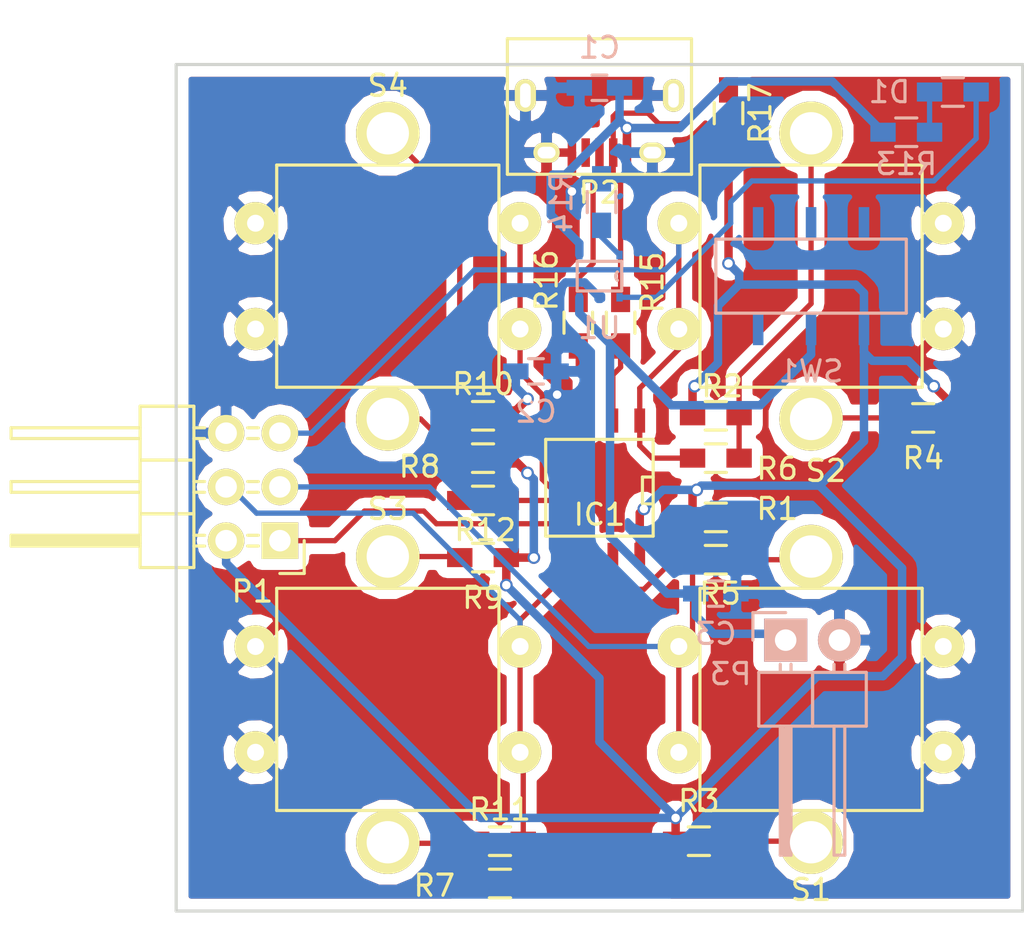
<source format=kicad_pcb>
(kicad_pcb (version 4) (host pcbnew 4.0.2-stable)

  (general
    (links 74)
    (no_connects 0)
    (area 85.824999 45.424999 125.975001 85.575001)
    (thickness 1.6)
    (drawings 16)
    (tracks 208)
    (zones 0)
    (modules 31)
    (nets 26)
  )

  (page A4)
  (layers
    (0 F.Cu signal)
    (31 B.Cu signal)
    (32 B.Adhes user)
    (33 F.Adhes user)
    (34 B.Paste user)
    (35 F.Paste user)
    (36 B.SilkS user)
    (37 F.SilkS user)
    (38 B.Mask user)
    (39 F.Mask user)
    (40 Dwgs.User user hide)
    (41 Cmts.User user)
    (42 Eco1.User user)
    (43 Eco2.User user)
    (44 Edge.Cuts user)
    (45 Margin user)
    (46 B.CrtYd user)
    (47 F.CrtYd user)
    (48 B.Fab user)
    (49 F.Fab user)
  )

  (setup
    (last_trace_width 0.25)
    (trace_clearance 0.2)
    (zone_clearance 0.508)
    (zone_45_only no)
    (trace_min 0.2)
    (segment_width 0.2)
    (edge_width 0.15)
    (via_size 0.6)
    (via_drill 0.4)
    (via_min_size 0.4)
    (via_min_drill 0.3)
    (uvia_size 0.3)
    (uvia_drill 0.1)
    (uvias_allowed no)
    (uvia_min_size 0.2)
    (uvia_min_drill 0.1)
    (pcb_text_width 0.3)
    (pcb_text_size 1.5 1.5)
    (mod_edge_width 0.15)
    (mod_text_size 1 1)
    (mod_text_width 0.15)
    (pad_size 1.524 1.524)
    (pad_drill 0.762)
    (pad_to_mask_clearance 0.2)
    (aux_axis_origin 0 0)
    (grid_origin 106.9 51.9)
    (visible_elements FFFEFFFF)
    (pcbplotparams
      (layerselection 0x00030_80000001)
      (usegerberextensions false)
      (excludeedgelayer true)
      (linewidth 0.100000)
      (plotframeref false)
      (viasonmask false)
      (mode 1)
      (useauxorigin false)
      (hpglpennumber 1)
      (hpglpenspeed 20)
      (hpglpendiameter 15)
      (hpglpenoverlay 2)
      (psnegative false)
      (psa4output false)
      (plotreference true)
      (plotvalue true)
      (plotinvisibletext false)
      (padsonsilk false)
      (subtractmaskfromsilk false)
      (outputformat 1)
      (mirror false)
      (drillshape 1)
      (scaleselection 1)
      (outputdirectory ""))
  )

  (net 0 "")
  (net 1 "Net-(C1-Pad1)")
  (net 2 GND)
  (net 3 VCC)
  (net 4 "Net-(C3-Pad1)")
  (net 5 "Net-(D1-Pad1)")
  (net 6 "Net-(IC1-Pad7)")
  (net 7 "Net-(IC1-Pad6)")
  (net 8 "Net-(IC1-Pad5)")
  (net 9 "Net-(IC1-Pad3)")
  (net 10 "Net-(IC1-Pad2)")
  (net 11 "Net-(IC1-Pad1)")
  (net 12 D-)
  (net 13 D+)
  (net 14 "Net-(P2-Pad4)")
  (net 15 "Net-(R1-Pad1)")
  (net 16 "Net-(R2-Pad1)")
  (net 17 "Net-(R3-Pad2)")
  (net 18 "Net-(R4-Pad2)")
  (net 19 "Net-(R11-Pad1)")
  (net 20 "Net-(R12-Pad1)")
  (net 21 "Net-(R9-Pad2)")
  (net 22 "Net-(R10-Pad2)")
  (net 23 "Net-(R14-Pad2)")
  (net 24 "Net-(SW1-Pad1)")
  (net 25 "Net-(D1-Pad2)")

  (net_class Default "This is the default net class."
    (clearance 0.2)
    (trace_width 0.25)
    (via_dia 0.6)
    (via_drill 0.4)
    (uvia_dia 0.3)
    (uvia_drill 0.1)
    (add_net D+)
    (add_net D-)
    (add_net "Net-(D1-Pad1)")
    (add_net "Net-(D1-Pad2)")
    (add_net "Net-(IC1-Pad1)")
    (add_net "Net-(IC1-Pad2)")
    (add_net "Net-(IC1-Pad3)")
    (add_net "Net-(IC1-Pad5)")
    (add_net "Net-(IC1-Pad6)")
    (add_net "Net-(IC1-Pad7)")
    (add_net "Net-(P2-Pad4)")
    (add_net "Net-(R1-Pad1)")
    (add_net "Net-(R10-Pad2)")
    (add_net "Net-(R11-Pad1)")
    (add_net "Net-(R12-Pad1)")
    (add_net "Net-(R14-Pad2)")
    (add_net "Net-(R2-Pad1)")
    (add_net "Net-(R3-Pad2)")
    (add_net "Net-(R4-Pad2)")
    (add_net "Net-(R9-Pad2)")
    (add_net "Net-(SW1-Pad1)")
  )

  (net_class PWR ""
    (clearance 0.2)
    (trace_width 0.4)
    (via_dia 0.6)
    (via_drill 0.4)
    (uvia_dia 0.3)
    (uvia_drill 0.1)
    (add_net GND)
    (add_net "Net-(C1-Pad1)")
    (add_net "Net-(C3-Pad1)")
    (add_net VCC)
  )

  (module TinySays:IllPushSwitch (layer F.Cu) (tedit 57180E4C) (tstamp 57169182)
    (at 115.9 55.5 180)
    (path /57137F07)
    (fp_text reference S2 (at -0.7 -9.2 180) (layer F.SilkS)
      (effects (font (size 1 1) (thickness 0.15)))
    )
    (fp_text value IllPushSwitch (at 0 9 180) (layer F.Fab)
      (effects (font (size 1 1) (thickness 0.15)))
    )
    (fp_line (start -5.25 -5.25) (end -5.25 5.25) (layer F.SilkS) (width 0.15))
    (fp_line (start -5.25 5.25) (end 5.25 5.25) (layer F.SilkS) (width 0.15))
    (fp_line (start 5.25 5.25) (end 5.25 -5.25) (layer F.SilkS) (width 0.15))
    (fp_line (start 5.25 -5.25) (end -5.25 -5.25) (layer F.SilkS) (width 0.15))
    (pad 1 thru_hole circle (at -6.25 -2.5 180) (size 2 2) (drill 0.8) (layers *.Cu *.Mask F.SilkS)
      (net 2 GND))
    (pad 2 thru_hole circle (at -6.25 2.5 180) (size 2 2) (drill 0.8) (layers *.Cu *.Mask F.SilkS)
      (net 2 GND))
    (pad 3 thru_hole circle (at 6.25 -2.5 180) (size 2 2) (drill 0.8) (layers *.Cu *.Mask F.SilkS)
      (net 11 "Net-(IC1-Pad1)"))
    (pad 4 thru_hole circle (at 6.25 2.5 180) (size 2 2) (drill 0.8) (layers *.Cu *.Mask F.SilkS)
      (net 11 "Net-(IC1-Pad1)"))
    (pad 5 thru_hole circle (at 0 -6.75 180) (size 3 3) (drill 2) (layers *.Cu *.Mask F.SilkS)
      (net 18 "Net-(R4-Pad2)"))
    (pad 6 thru_hole circle (at 0 6.75 180) (size 3 3) (drill 2) (layers *.Cu *.Mask F.SilkS)
      (net 16 "Net-(R2-Pad1)"))
  )

  (module TinySays:IllPushSwitch (layer F.Cu) (tedit 5713ECFA) (tstamp 57169174)
    (at 115.9 75.5 180)
    (path /57137D3A)
    (fp_text reference S1 (at 0 -9 180) (layer F.SilkS)
      (effects (font (size 1 1) (thickness 0.15)))
    )
    (fp_text value IllPushSwitch (at 0 9 180) (layer F.Fab)
      (effects (font (size 1 1) (thickness 0.15)))
    )
    (fp_line (start -5.25 -5.25) (end -5.25 5.25) (layer F.SilkS) (width 0.15))
    (fp_line (start -5.25 5.25) (end 5.25 5.25) (layer F.SilkS) (width 0.15))
    (fp_line (start 5.25 5.25) (end 5.25 -5.25) (layer F.SilkS) (width 0.15))
    (fp_line (start 5.25 -5.25) (end -5.25 -5.25) (layer F.SilkS) (width 0.15))
    (pad 1 thru_hole circle (at -6.25 -2.5 180) (size 2 2) (drill 0.8) (layers *.Cu *.Mask F.SilkS)
      (net 2 GND))
    (pad 2 thru_hole circle (at -6.25 2.5 180) (size 2 2) (drill 0.8) (layers *.Cu *.Mask F.SilkS)
      (net 2 GND))
    (pad 3 thru_hole circle (at 6.25 -2.5 180) (size 2 2) (drill 0.8) (layers *.Cu *.Mask F.SilkS)
      (net 6 "Net-(IC1-Pad7)"))
    (pad 4 thru_hole circle (at 6.25 2.5 180) (size 2 2) (drill 0.8) (layers *.Cu *.Mask F.SilkS)
      (net 6 "Net-(IC1-Pad7)"))
    (pad 5 thru_hole circle (at 0 -6.75 180) (size 3 3) (drill 2) (layers *.Cu *.Mask F.SilkS)
      (net 17 "Net-(R3-Pad2)"))
    (pad 6 thru_hole circle (at 0 6.75 180) (size 3 3) (drill 2) (layers *.Cu *.Mask F.SilkS)
      (net 15 "Net-(R1-Pad1)"))
  )

  (module Capacitors_SMD:C_0603_HandSoldering (layer B.Cu) (tedit 541A9B4D) (tstamp 5716902A)
    (at 105.9 46.6 180)
    (descr "Capacitor SMD 0603, hand soldering")
    (tags "capacitor 0603")
    (path /571605A5)
    (attr smd)
    (fp_text reference C1 (at 0 1.9 180) (layer B.SilkS)
      (effects (font (size 1 1) (thickness 0.15)) (justify mirror))
    )
    (fp_text value 4.7u (at 0 -1.9 180) (layer B.Fab)
      (effects (font (size 1 1) (thickness 0.15)) (justify mirror))
    )
    (fp_line (start -1.85 0.75) (end 1.85 0.75) (layer B.CrtYd) (width 0.05))
    (fp_line (start -1.85 -0.75) (end 1.85 -0.75) (layer B.CrtYd) (width 0.05))
    (fp_line (start -1.85 0.75) (end -1.85 -0.75) (layer B.CrtYd) (width 0.05))
    (fp_line (start 1.85 0.75) (end 1.85 -0.75) (layer B.CrtYd) (width 0.05))
    (fp_line (start -0.35 0.6) (end 0.35 0.6) (layer B.SilkS) (width 0.15))
    (fp_line (start 0.35 -0.6) (end -0.35 -0.6) (layer B.SilkS) (width 0.15))
    (pad 1 smd rect (at -0.95 0 180) (size 1.2 0.75) (layers B.Cu B.Paste B.Mask)
      (net 1 "Net-(C1-Pad1)"))
    (pad 2 smd rect (at 0.95 0 180) (size 1.2 0.75) (layers B.Cu B.Paste B.Mask)
      (net 2 GND))
    (model Capacitors_SMD.3dshapes/C_0603_HandSoldering.wrl
      (at (xyz 0 0 0))
      (scale (xyz 1 1 1))
      (rotate (xyz 0 0 0))
    )
  )

  (module Capacitors_SMD:C_0603_HandSoldering (layer B.Cu) (tedit 541A9B4D) (tstamp 57169036)
    (at 102.9 60)
    (descr "Capacitor SMD 0603, hand soldering")
    (tags "capacitor 0603")
    (path /57159703)
    (attr smd)
    (fp_text reference C2 (at 0 1.9) (layer B.SilkS)
      (effects (font (size 1 1) (thickness 0.15)) (justify mirror))
    )
    (fp_text value 10n (at 0 -1.9) (layer B.Fab)
      (effects (font (size 1 1) (thickness 0.15)) (justify mirror))
    )
    (fp_line (start -1.85 0.75) (end 1.85 0.75) (layer B.CrtYd) (width 0.05))
    (fp_line (start -1.85 -0.75) (end 1.85 -0.75) (layer B.CrtYd) (width 0.05))
    (fp_line (start -1.85 0.75) (end -1.85 -0.75) (layer B.CrtYd) (width 0.05))
    (fp_line (start 1.85 0.75) (end 1.85 -0.75) (layer B.CrtYd) (width 0.05))
    (fp_line (start -0.35 0.6) (end 0.35 0.6) (layer B.SilkS) (width 0.15))
    (fp_line (start 0.35 -0.6) (end -0.35 -0.6) (layer B.SilkS) (width 0.15))
    (pad 1 smd rect (at -0.95 0) (size 1.2 0.75) (layers B.Cu B.Paste B.Mask)
      (net 3 VCC))
    (pad 2 smd rect (at 0.95 0) (size 1.2 0.75) (layers B.Cu B.Paste B.Mask)
      (net 2 GND))
    (model Capacitors_SMD.3dshapes/C_0603_HandSoldering.wrl
      (at (xyz 0 0 0))
      (scale (xyz 1 1 1))
      (rotate (xyz 0 0 0))
    )
  )

  (module Capacitors_SMD:C_0603_HandSoldering (layer B.Cu) (tedit 541A9B4D) (tstamp 57169042)
    (at 111.4 70.5)
    (descr "Capacitor SMD 0603, hand soldering")
    (tags "capacitor 0603")
    (path /571661DB)
    (attr smd)
    (fp_text reference C3 (at 0 1.9) (layer B.SilkS)
      (effects (font (size 1 1) (thickness 0.15)) (justify mirror))
    )
    (fp_text value 4.7u (at 0 -1.9) (layer B.Fab)
      (effects (font (size 1 1) (thickness 0.15)) (justify mirror))
    )
    (fp_line (start -1.85 0.75) (end 1.85 0.75) (layer B.CrtYd) (width 0.05))
    (fp_line (start -1.85 -0.75) (end 1.85 -0.75) (layer B.CrtYd) (width 0.05))
    (fp_line (start -1.85 0.75) (end -1.85 -0.75) (layer B.CrtYd) (width 0.05))
    (fp_line (start 1.85 0.75) (end 1.85 -0.75) (layer B.CrtYd) (width 0.05))
    (fp_line (start -0.35 0.6) (end 0.35 0.6) (layer B.SilkS) (width 0.15))
    (fp_line (start 0.35 -0.6) (end -0.35 -0.6) (layer B.SilkS) (width 0.15))
    (pad 1 smd rect (at -0.95 0) (size 1.2 0.75) (layers B.Cu B.Paste B.Mask)
      (net 4 "Net-(C3-Pad1)"))
    (pad 2 smd rect (at 0.95 0) (size 1.2 0.75) (layers B.Cu B.Paste B.Mask)
      (net 2 GND))
    (model Capacitors_SMD.3dshapes/C_0603_HandSoldering.wrl
      (at (xyz 0 0 0))
      (scale (xyz 1 1 1))
      (rotate (xyz 0 0 0))
    )
  )

  (module Resistors_SMD:R_0603_HandSoldering (layer B.Cu) (tedit 57180EFB) (tstamp 5716904E)
    (at 122.6 46.8 180)
    (descr "Resistor SMD 0603, hand soldering")
    (tags "resistor 0603")
    (path /5715E1DA)
    (attr smd)
    (fp_text reference D1 (at 3 0 180) (layer B.SilkS)
      (effects (font (size 1 1) (thickness 0.15)) (justify mirror))
    )
    (fp_text value LED (at 0 -1.9 180) (layer B.Fab)
      (effects (font (size 1 1) (thickness 0.15)) (justify mirror))
    )
    (fp_line (start -2 0.8) (end 2 0.8) (layer B.CrtYd) (width 0.05))
    (fp_line (start -2 -0.8) (end 2 -0.8) (layer B.CrtYd) (width 0.05))
    (fp_line (start -2 0.8) (end -2 -0.8) (layer B.CrtYd) (width 0.05))
    (fp_line (start 2 0.8) (end 2 -0.8) (layer B.CrtYd) (width 0.05))
    (fp_line (start 0.5 -0.675) (end -0.5 -0.675) (layer B.SilkS) (width 0.15))
    (fp_line (start -0.5 0.675) (end 0.5 0.675) (layer B.SilkS) (width 0.15))
    (pad 1 smd rect (at -1.1 0 180) (size 1.2 0.9) (layers B.Cu B.Paste B.Mask)
      (net 5 "Net-(D1-Pad1)"))
    (pad 2 smd rect (at 1.1 0 180) (size 1.2 0.9) (layers B.Cu B.Paste B.Mask)
      (net 25 "Net-(D1-Pad2)"))
    (model Resistors_SMD.3dshapes/R_0603_HandSoldering.wrl
      (at (xyz 0 0 0))
      (scale (xyz 1 1 1))
      (rotate (xyz 0 0 0))
    )
  )

  (module SMD_Packages:SOIC-8-N (layer F.Cu) (tedit 0) (tstamp 57169061)
    (at 105.9 65.5 180)
    (descr "Module Narrow CMS SOJ 8 pins large")
    (tags "CMS SOJ")
    (path /57135474)
    (attr smd)
    (fp_text reference IC1 (at 0 -1.27 180) (layer F.SilkS)
      (effects (font (size 1 1) (thickness 0.15)))
    )
    (fp_text value ATTINY85-S (at 0 1.27 180) (layer F.Fab)
      (effects (font (size 1 1) (thickness 0.15)))
    )
    (fp_line (start -2.54 -2.286) (end 2.54 -2.286) (layer F.SilkS) (width 0.15))
    (fp_line (start 2.54 -2.286) (end 2.54 2.286) (layer F.SilkS) (width 0.15))
    (fp_line (start 2.54 2.286) (end -2.54 2.286) (layer F.SilkS) (width 0.15))
    (fp_line (start -2.54 2.286) (end -2.54 -2.286) (layer F.SilkS) (width 0.15))
    (fp_line (start -2.54 -0.762) (end -2.032 -0.762) (layer F.SilkS) (width 0.15))
    (fp_line (start -2.032 -0.762) (end -2.032 0.508) (layer F.SilkS) (width 0.15))
    (fp_line (start -2.032 0.508) (end -2.54 0.508) (layer F.SilkS) (width 0.15))
    (pad 8 smd rect (at -1.905 -3.175 180) (size 0.508 1.143) (layers F.Cu F.Paste F.Mask)
      (net 3 VCC))
    (pad 7 smd rect (at -0.635 -3.175 180) (size 0.508 1.143) (layers F.Cu F.Paste F.Mask)
      (net 6 "Net-(IC1-Pad7)"))
    (pad 6 smd rect (at 0.635 -3.175 180) (size 0.508 1.143) (layers F.Cu F.Paste F.Mask)
      (net 7 "Net-(IC1-Pad6)"))
    (pad 5 smd rect (at 1.905 -3.175 180) (size 0.508 1.143) (layers F.Cu F.Paste F.Mask)
      (net 8 "Net-(IC1-Pad5)"))
    (pad 4 smd rect (at 1.905 3.175 180) (size 0.508 1.143) (layers F.Cu F.Paste F.Mask)
      (net 2 GND))
    (pad 3 smd rect (at 0.635 3.175 180) (size 0.508 1.143) (layers F.Cu F.Paste F.Mask)
      (net 9 "Net-(IC1-Pad3)"))
    (pad 2 smd rect (at -0.635 3.175 180) (size 0.508 1.143) (layers F.Cu F.Paste F.Mask)
      (net 10 "Net-(IC1-Pad2)"))
    (pad 1 smd rect (at -1.905 3.175 180) (size 0.508 1.143) (layers F.Cu F.Paste F.Mask)
      (net 11 "Net-(IC1-Pad1)"))
    (model SMD_Packages.3dshapes/SOIC-8-N.wrl
      (at (xyz 0 0 0))
      (scale (xyz 0.5 0.38 0.5))
      (rotate (xyz 0 0 0))
    )
  )

  (module Connect:USB_Micro-B (layer F.Cu) (tedit 5543E447) (tstamp 57169077)
    (at 105.9 48.1 180)
    (descr "Micro USB Type B Receptacle")
    (tags "USB USB_B USB_micro USB_OTG")
    (path /571675EE)
    (attr smd)
    (fp_text reference P2 (at 0 -3.45 180) (layer F.SilkS)
      (effects (font (size 1 1) (thickness 0.15)))
    )
    (fp_text value USB_OTG (at 0 4.8 180) (layer F.Fab)
      (effects (font (size 1 1) (thickness 0.15)))
    )
    (fp_line (start -4.6 -2.8) (end 4.6 -2.8) (layer F.CrtYd) (width 0.05))
    (fp_line (start 4.6 -2.8) (end 4.6 4.05) (layer F.CrtYd) (width 0.05))
    (fp_line (start 4.6 4.05) (end -4.6 4.05) (layer F.CrtYd) (width 0.05))
    (fp_line (start -4.6 4.05) (end -4.6 -2.8) (layer F.CrtYd) (width 0.05))
    (fp_line (start -4.3509 3.81746) (end 4.3491 3.81746) (layer F.SilkS) (width 0.15))
    (fp_line (start -4.3509 -2.58754) (end 4.3491 -2.58754) (layer F.SilkS) (width 0.15))
    (fp_line (start 4.3491 -2.58754) (end 4.3491 3.81746) (layer F.SilkS) (width 0.15))
    (fp_line (start 4.3491 2.58746) (end -4.3509 2.58746) (layer F.SilkS) (width 0.15))
    (fp_line (start -4.3509 3.81746) (end -4.3509 -2.58754) (layer F.SilkS) (width 0.15))
    (pad 1 smd rect (at -1.3009 -1.56254 270) (size 1.35 0.4) (layers F.Cu F.Paste F.Mask)
      (net 1 "Net-(C1-Pad1)"))
    (pad 2 smd rect (at -0.6509 -1.56254 270) (size 1.35 0.4) (layers F.Cu F.Paste F.Mask)
      (net 12 D-))
    (pad 3 smd rect (at -0.0009 -1.56254 270) (size 1.35 0.4) (layers F.Cu F.Paste F.Mask)
      (net 13 D+))
    (pad 4 smd rect (at 0.6491 -1.56254 270) (size 1.35 0.4) (layers F.Cu F.Paste F.Mask)
      (net 14 "Net-(P2-Pad4)"))
    (pad 5 smd rect (at 1.2991 -1.56254 270) (size 1.35 0.4) (layers F.Cu F.Paste F.Mask)
      (net 2 GND))
    (pad 6 thru_hole oval (at -2.5009 -1.56254 270) (size 0.95 1.25) (drill oval 0.55 0.85) (layers *.Cu *.Mask F.SilkS)
      (net 2 GND))
    (pad 6 thru_hole oval (at 2.4991 -1.56254 270) (size 0.95 1.25) (drill oval 0.55 0.85) (layers *.Cu *.Mask F.SilkS)
      (net 2 GND))
    (pad 6 thru_hole oval (at -3.5009 1.13746 270) (size 1.55 1) (drill oval 1.15 0.5) (layers *.Cu *.Mask F.SilkS)
      (net 2 GND))
    (pad 6 thru_hole oval (at 3.4991 1.13746 270) (size 1.55 1) (drill oval 1.15 0.5) (layers *.Cu *.Mask F.SilkS)
      (net 2 GND))
  )

  (module Pin_Headers:Pin_Header_Angled_1x02 (layer B.Cu) (tedit 57180E75) (tstamp 5716909A)
    (at 114.7 72.7 270)
    (descr "Through hole pin header")
    (tags "pin header")
    (path /5716841F)
    (fp_text reference P3 (at 1.6 2.6 360) (layer B.SilkS)
      (effects (font (size 1 1) (thickness 0.15)) (justify mirror))
    )
    (fp_text value CONN_01X02 (at 0 3.1 270) (layer B.Fab)
      (effects (font (size 1 1) (thickness 0.15)) (justify mirror))
    )
    (fp_line (start -1.5 1.75) (end -1.5 -4.3) (layer B.CrtYd) (width 0.05))
    (fp_line (start 10.65 1.75) (end 10.65 -4.3) (layer B.CrtYd) (width 0.05))
    (fp_line (start -1.5 1.75) (end 10.65 1.75) (layer B.CrtYd) (width 0.05))
    (fp_line (start -1.5 -4.3) (end 10.65 -4.3) (layer B.CrtYd) (width 0.05))
    (fp_line (start -1.3 1.55) (end -1.3 0) (layer B.SilkS) (width 0.15))
    (fp_line (start 0 1.55) (end -1.3 1.55) (layer B.SilkS) (width 0.15))
    (fp_line (start 4.191 0.127) (end 10.033 0.127) (layer B.SilkS) (width 0.15))
    (fp_line (start 10.033 0.127) (end 10.033 -0.127) (layer B.SilkS) (width 0.15))
    (fp_line (start 10.033 -0.127) (end 4.191 -0.127) (layer B.SilkS) (width 0.15))
    (fp_line (start 4.191 -0.127) (end 4.191 0) (layer B.SilkS) (width 0.15))
    (fp_line (start 4.191 0) (end 10.033 0) (layer B.SilkS) (width 0.15))
    (fp_line (start 1.524 0.254) (end 1.143 0.254) (layer B.SilkS) (width 0.15))
    (fp_line (start 1.524 -0.254) (end 1.143 -0.254) (layer B.SilkS) (width 0.15))
    (fp_line (start 1.524 -2.286) (end 1.143 -2.286) (layer B.SilkS) (width 0.15))
    (fp_line (start 1.524 -2.794) (end 1.143 -2.794) (layer B.SilkS) (width 0.15))
    (fp_line (start 1.524 1.27) (end 4.064 1.27) (layer B.SilkS) (width 0.15))
    (fp_line (start 1.524 -1.27) (end 4.064 -1.27) (layer B.SilkS) (width 0.15))
    (fp_line (start 1.524 -1.27) (end 1.524 -3.81) (layer B.SilkS) (width 0.15))
    (fp_line (start 1.524 -3.81) (end 4.064 -3.81) (layer B.SilkS) (width 0.15))
    (fp_line (start 4.064 -2.286) (end 10.16 -2.286) (layer B.SilkS) (width 0.15))
    (fp_line (start 10.16 -2.286) (end 10.16 -2.794) (layer B.SilkS) (width 0.15))
    (fp_line (start 10.16 -2.794) (end 4.064 -2.794) (layer B.SilkS) (width 0.15))
    (fp_line (start 4.064 -3.81) (end 4.064 -1.27) (layer B.SilkS) (width 0.15))
    (fp_line (start 4.064 -1.27) (end 4.064 1.27) (layer B.SilkS) (width 0.15))
    (fp_line (start 10.16 -0.254) (end 4.064 -0.254) (layer B.SilkS) (width 0.15))
    (fp_line (start 10.16 0.254) (end 10.16 -0.254) (layer B.SilkS) (width 0.15))
    (fp_line (start 4.064 0.254) (end 10.16 0.254) (layer B.SilkS) (width 0.15))
    (fp_line (start 1.524 -1.27) (end 4.064 -1.27) (layer B.SilkS) (width 0.15))
    (fp_line (start 1.524 1.27) (end 1.524 -1.27) (layer B.SilkS) (width 0.15))
    (pad 1 thru_hole rect (at 0 0 270) (size 2.032 2.032) (drill 1.016) (layers *.Cu *.Mask B.SilkS)
      (net 4 "Net-(C3-Pad1)"))
    (pad 2 thru_hole oval (at 0 -2.54 270) (size 2.032 2.032) (drill 1.016) (layers *.Cu *.Mask B.SilkS)
      (net 2 GND))
    (model Pin_Headers.3dshapes/Pin_Header_Angled_1x02.wrl
      (at (xyz 0 -0.05 0))
      (scale (xyz 1 1 1))
      (rotate (xyz 0 0 90))
    )
  )

  (module Resistors_SMD:R_0603_HandSoldering (layer F.Cu) (tedit 57180E43) (tstamp 571690A6)
    (at 111.4 66.9 180)
    (descr "Resistor SMD 0603, hand soldering")
    (tags "resistor 0603")
    (path /57137D34)
    (attr smd)
    (fp_text reference R1 (at -2.9 0.4 180) (layer F.SilkS)
      (effects (font (size 1 1) (thickness 0.15)))
    )
    (fp_text value 10k (at 0 1.9 180) (layer F.Fab)
      (effects (font (size 1 1) (thickness 0.15)))
    )
    (fp_line (start -2 -0.8) (end 2 -0.8) (layer F.CrtYd) (width 0.05))
    (fp_line (start -2 0.8) (end 2 0.8) (layer F.CrtYd) (width 0.05))
    (fp_line (start -2 -0.8) (end -2 0.8) (layer F.CrtYd) (width 0.05))
    (fp_line (start 2 -0.8) (end 2 0.8) (layer F.CrtYd) (width 0.05))
    (fp_line (start 0.5 0.675) (end -0.5 0.675) (layer F.SilkS) (width 0.15))
    (fp_line (start -0.5 -0.675) (end 0.5 -0.675) (layer F.SilkS) (width 0.15))
    (pad 1 smd rect (at -1.1 0 180) (size 1.2 0.9) (layers F.Cu F.Paste F.Mask)
      (net 15 "Net-(R1-Pad1)"))
    (pad 2 smd rect (at 1.1 0 180) (size 1.2 0.9) (layers F.Cu F.Paste F.Mask)
      (net 3 VCC))
    (model Resistors_SMD.3dshapes/R_0603_HandSoldering.wrl
      (at (xyz 0 0 0))
      (scale (xyz 1 1 1))
      (rotate (xyz 0 0 0))
    )
  )

  (module Resistors_SMD:R_0603_HandSoldering (layer F.Cu) (tedit 57180E32) (tstamp 571690B2)
    (at 111.4 62.1 180)
    (descr "Resistor SMD 0603, hand soldering")
    (tags "resistor 0603")
    (path /57137F01)
    (attr smd)
    (fp_text reference R2 (at -0.3 1.4 180) (layer F.SilkS)
      (effects (font (size 1 1) (thickness 0.15)))
    )
    (fp_text value 10k (at 0 1.9 180) (layer F.Fab)
      (effects (font (size 1 1) (thickness 0.15)))
    )
    (fp_line (start -2 -0.8) (end 2 -0.8) (layer F.CrtYd) (width 0.05))
    (fp_line (start -2 0.8) (end 2 0.8) (layer F.CrtYd) (width 0.05))
    (fp_line (start -2 -0.8) (end -2 0.8) (layer F.CrtYd) (width 0.05))
    (fp_line (start 2 -0.8) (end 2 0.8) (layer F.CrtYd) (width 0.05))
    (fp_line (start 0.5 0.675) (end -0.5 0.675) (layer F.SilkS) (width 0.15))
    (fp_line (start -0.5 -0.675) (end 0.5 -0.675) (layer F.SilkS) (width 0.15))
    (pad 1 smd rect (at -1.1 0 180) (size 1.2 0.9) (layers F.Cu F.Paste F.Mask)
      (net 16 "Net-(R2-Pad1)"))
    (pad 2 smd rect (at 1.1 0 180) (size 1.2 0.9) (layers F.Cu F.Paste F.Mask)
      (net 3 VCC))
    (model Resistors_SMD.3dshapes/R_0603_HandSoldering.wrl
      (at (xyz 0 0 0))
      (scale (xyz 1 1 1))
      (rotate (xyz 0 0 0))
    )
  )

  (module Resistors_SMD:R_0603_HandSoldering (layer F.Cu) (tedit 5418A00F) (tstamp 571690BE)
    (at 110.6 82.2)
    (descr "Resistor SMD 0603, hand soldering")
    (tags "resistor 0603")
    (path /57137D46)
    (attr smd)
    (fp_text reference R3 (at 0 -1.9) (layer F.SilkS)
      (effects (font (size 1 1) (thickness 0.15)))
    )
    (fp_text value 56 (at 0 1.9) (layer F.Fab)
      (effects (font (size 1 1) (thickness 0.15)))
    )
    (fp_line (start -2 -0.8) (end 2 -0.8) (layer F.CrtYd) (width 0.05))
    (fp_line (start -2 0.8) (end 2 0.8) (layer F.CrtYd) (width 0.05))
    (fp_line (start -2 -0.8) (end -2 0.8) (layer F.CrtYd) (width 0.05))
    (fp_line (start 2 -0.8) (end 2 0.8) (layer F.CrtYd) (width 0.05))
    (fp_line (start 0.5 0.675) (end -0.5 0.675) (layer F.SilkS) (width 0.15))
    (fp_line (start -0.5 -0.675) (end 0.5 -0.675) (layer F.SilkS) (width 0.15))
    (pad 1 smd rect (at -1.1 0) (size 1.2 0.9) (layers F.Cu F.Paste F.Mask)
      (net 3 VCC))
    (pad 2 smd rect (at 1.1 0) (size 1.2 0.9) (layers F.Cu F.Paste F.Mask)
      (net 17 "Net-(R3-Pad2)"))
    (model Resistors_SMD.3dshapes/R_0603_HandSoldering.wrl
      (at (xyz 0 0 0))
      (scale (xyz 1 1 1))
      (rotate (xyz 0 0 0))
    )
  )

  (module Resistors_SMD:R_0603_HandSoldering (layer F.Cu) (tedit 5418A00F) (tstamp 571690CA)
    (at 121.2 62.2 180)
    (descr "Resistor SMD 0603, hand soldering")
    (tags "resistor 0603")
    (path /57137F13)
    (attr smd)
    (fp_text reference R4 (at 0 -1.9 180) (layer F.SilkS)
      (effects (font (size 1 1) (thickness 0.15)))
    )
    (fp_text value 56 (at 0 1.9 180) (layer F.Fab)
      (effects (font (size 1 1) (thickness 0.15)))
    )
    (fp_line (start -2 -0.8) (end 2 -0.8) (layer F.CrtYd) (width 0.05))
    (fp_line (start -2 0.8) (end 2 0.8) (layer F.CrtYd) (width 0.05))
    (fp_line (start -2 -0.8) (end -2 0.8) (layer F.CrtYd) (width 0.05))
    (fp_line (start 2 -0.8) (end 2 0.8) (layer F.CrtYd) (width 0.05))
    (fp_line (start 0.5 0.675) (end -0.5 0.675) (layer F.SilkS) (width 0.15))
    (fp_line (start -0.5 -0.675) (end 0.5 -0.675) (layer F.SilkS) (width 0.15))
    (pad 1 smd rect (at -1.1 0 180) (size 1.2 0.9) (layers F.Cu F.Paste F.Mask)
      (net 3 VCC))
    (pad 2 smd rect (at 1.1 0 180) (size 1.2 0.9) (layers F.Cu F.Paste F.Mask)
      (net 18 "Net-(R4-Pad2)"))
    (model Resistors_SMD.3dshapes/R_0603_HandSoldering.wrl
      (at (xyz 0 0 0))
      (scale (xyz 1 1 1))
      (rotate (xyz 0 0 0))
    )
  )

  (module Resistors_SMD:R_0603_HandSoldering (layer F.Cu) (tedit 57180E57) (tstamp 571690D6)
    (at 111.4 68.9 180)
    (descr "Resistor SMD 0603, hand soldering")
    (tags "resistor 0603")
    (path /57137D40)
    (attr smd)
    (fp_text reference R5 (at -0.2 -1.6 180) (layer F.SilkS)
      (effects (font (size 1 1) (thickness 0.15)))
    )
    (fp_text value 470 (at 0 1.9 180) (layer F.Fab)
      (effects (font (size 1 1) (thickness 0.15)))
    )
    (fp_line (start -2 -0.8) (end 2 -0.8) (layer F.CrtYd) (width 0.05))
    (fp_line (start -2 0.8) (end 2 0.8) (layer F.CrtYd) (width 0.05))
    (fp_line (start -2 -0.8) (end -2 0.8) (layer F.CrtYd) (width 0.05))
    (fp_line (start 2 -0.8) (end 2 0.8) (layer F.CrtYd) (width 0.05))
    (fp_line (start 0.5 0.675) (end -0.5 0.675) (layer F.SilkS) (width 0.15))
    (fp_line (start -0.5 -0.675) (end 0.5 -0.675) (layer F.SilkS) (width 0.15))
    (pad 1 smd rect (at -1.1 0 180) (size 1.2 0.9) (layers F.Cu F.Paste F.Mask)
      (net 15 "Net-(R1-Pad1)"))
    (pad 2 smd rect (at 1.1 0 180) (size 1.2 0.9) (layers F.Cu F.Paste F.Mask)
      (net 6 "Net-(IC1-Pad7)"))
    (model Resistors_SMD.3dshapes/R_0603_HandSoldering.wrl
      (at (xyz 0 0 0))
      (scale (xyz 1 1 1))
      (rotate (xyz 0 0 0))
    )
  )

  (module Resistors_SMD:R_0603_HandSoldering (layer F.Cu) (tedit 57180E49) (tstamp 571690E2)
    (at 111.4 64.1 180)
    (descr "Resistor SMD 0603, hand soldering")
    (tags "resistor 0603")
    (path /57137F0D)
    (attr smd)
    (fp_text reference R6 (at -2.9 -0.5 180) (layer F.SilkS)
      (effects (font (size 1 1) (thickness 0.15)))
    )
    (fp_text value 470 (at 0 1.9 180) (layer F.Fab)
      (effects (font (size 1 1) (thickness 0.15)))
    )
    (fp_line (start -2 -0.8) (end 2 -0.8) (layer F.CrtYd) (width 0.05))
    (fp_line (start -2 0.8) (end 2 0.8) (layer F.CrtYd) (width 0.05))
    (fp_line (start -2 -0.8) (end -2 0.8) (layer F.CrtYd) (width 0.05))
    (fp_line (start 2 -0.8) (end 2 0.8) (layer F.CrtYd) (width 0.05))
    (fp_line (start 0.5 0.675) (end -0.5 0.675) (layer F.SilkS) (width 0.15))
    (fp_line (start -0.5 -0.675) (end 0.5 -0.675) (layer F.SilkS) (width 0.15))
    (pad 1 smd rect (at -1.1 0 180) (size 1.2 0.9) (layers F.Cu F.Paste F.Mask)
      (net 16 "Net-(R2-Pad1)"))
    (pad 2 smd rect (at 1.1 0 180) (size 1.2 0.9) (layers F.Cu F.Paste F.Mask)
      (net 11 "Net-(IC1-Pad1)"))
    (model Resistors_SMD.3dshapes/R_0603_HandSoldering.wrl
      (at (xyz 0 0 0))
      (scale (xyz 1 1 1))
      (rotate (xyz 0 0 0))
    )
  )

  (module Resistors_SMD:R_0603_HandSoldering (layer F.Cu) (tedit 57180E7F) (tstamp 571690EE)
    (at 101.2 84.2)
    (descr "Resistor SMD 0603, hand soldering")
    (tags "resistor 0603")
    (path /57135567)
    (attr smd)
    (fp_text reference R7 (at -3.1 0.1) (layer F.SilkS)
      (effects (font (size 1 1) (thickness 0.15)))
    )
    (fp_text value 10k (at 0 1.9) (layer F.Fab)
      (effects (font (size 1 1) (thickness 0.15)))
    )
    (fp_line (start -2 -0.8) (end 2 -0.8) (layer F.CrtYd) (width 0.05))
    (fp_line (start -2 0.8) (end 2 0.8) (layer F.CrtYd) (width 0.05))
    (fp_line (start -2 -0.8) (end -2 0.8) (layer F.CrtYd) (width 0.05))
    (fp_line (start 2 -0.8) (end 2 0.8) (layer F.CrtYd) (width 0.05))
    (fp_line (start 0.5 0.675) (end -0.5 0.675) (layer F.SilkS) (width 0.15))
    (fp_line (start -0.5 -0.675) (end 0.5 -0.675) (layer F.SilkS) (width 0.15))
    (pad 1 smd rect (at -1.1 0) (size 1.2 0.9) (layers F.Cu F.Paste F.Mask)
      (net 19 "Net-(R11-Pad1)"))
    (pad 2 smd rect (at 1.1 0) (size 1.2 0.9) (layers F.Cu F.Paste F.Mask)
      (net 3 VCC))
    (model Resistors_SMD.3dshapes/R_0603_HandSoldering.wrl
      (at (xyz 0 0 0))
      (scale (xyz 1 1 1))
      (rotate (xyz 0 0 0))
    )
  )

  (module Resistors_SMD:R_0603_HandSoldering (layer F.Cu) (tedit 57180EB6) (tstamp 571690FA)
    (at 100.4 64.1)
    (descr "Resistor SMD 0603, hand soldering")
    (tags "resistor 0603")
    (path /57136E48)
    (attr smd)
    (fp_text reference R8 (at -3 0.4) (layer F.SilkS)
      (effects (font (size 1 1) (thickness 0.15)))
    )
    (fp_text value 10k (at 0 1.9) (layer F.Fab)
      (effects (font (size 1 1) (thickness 0.15)))
    )
    (fp_line (start -2 -0.8) (end 2 -0.8) (layer F.CrtYd) (width 0.05))
    (fp_line (start -2 0.8) (end 2 0.8) (layer F.CrtYd) (width 0.05))
    (fp_line (start -2 -0.8) (end -2 0.8) (layer F.CrtYd) (width 0.05))
    (fp_line (start 2 -0.8) (end 2 0.8) (layer F.CrtYd) (width 0.05))
    (fp_line (start 0.5 0.675) (end -0.5 0.675) (layer F.SilkS) (width 0.15))
    (fp_line (start -0.5 -0.675) (end 0.5 -0.675) (layer F.SilkS) (width 0.15))
    (pad 1 smd rect (at -1.1 0) (size 1.2 0.9) (layers F.Cu F.Paste F.Mask)
      (net 20 "Net-(R12-Pad1)"))
    (pad 2 smd rect (at 1.1 0) (size 1.2 0.9) (layers F.Cu F.Paste F.Mask)
      (net 3 VCC))
    (model Resistors_SMD.3dshapes/R_0603_HandSoldering.wrl
      (at (xyz 0 0 0))
      (scale (xyz 1 1 1))
      (rotate (xyz 0 0 0))
    )
  )

  (module Resistors_SMD:R_0603_HandSoldering (layer F.Cu) (tedit 5418A00F) (tstamp 57169106)
    (at 100.4 68.8 180)
    (descr "Resistor SMD 0603, hand soldering")
    (tags "resistor 0603")
    (path /57135A47)
    (attr smd)
    (fp_text reference R9 (at 0 -1.9 180) (layer F.SilkS)
      (effects (font (size 1 1) (thickness 0.15)))
    )
    (fp_text value 56 (at 0 1.9 180) (layer F.Fab)
      (effects (font (size 1 1) (thickness 0.15)))
    )
    (fp_line (start -2 -0.8) (end 2 -0.8) (layer F.CrtYd) (width 0.05))
    (fp_line (start -2 0.8) (end 2 0.8) (layer F.CrtYd) (width 0.05))
    (fp_line (start -2 -0.8) (end -2 0.8) (layer F.CrtYd) (width 0.05))
    (fp_line (start 2 -0.8) (end 2 0.8) (layer F.CrtYd) (width 0.05))
    (fp_line (start 0.5 0.675) (end -0.5 0.675) (layer F.SilkS) (width 0.15))
    (fp_line (start -0.5 -0.675) (end 0.5 -0.675) (layer F.SilkS) (width 0.15))
    (pad 1 smd rect (at -1.1 0 180) (size 1.2 0.9) (layers F.Cu F.Paste F.Mask)
      (net 3 VCC))
    (pad 2 smd rect (at 1.1 0 180) (size 1.2 0.9) (layers F.Cu F.Paste F.Mask)
      (net 21 "Net-(R9-Pad2)"))
    (model Resistors_SMD.3dshapes/R_0603_HandSoldering.wrl
      (at (xyz 0 0 0))
      (scale (xyz 1 1 1))
      (rotate (xyz 0 0 0))
    )
  )

  (module Resistors_SMD:R_0603_HandSoldering (layer F.Cu) (tedit 57180EA7) (tstamp 57169112)
    (at 100.4 62.1 180)
    (descr "Resistor SMD 0603, hand soldering")
    (tags "resistor 0603")
    (path /57136E5A)
    (attr smd)
    (fp_text reference R10 (at 0 1.5 180) (layer F.SilkS)
      (effects (font (size 1 1) (thickness 0.15)))
    )
    (fp_text value 56 (at 0 1.9 180) (layer F.Fab)
      (effects (font (size 1 1) (thickness 0.15)))
    )
    (fp_line (start -2 -0.8) (end 2 -0.8) (layer F.CrtYd) (width 0.05))
    (fp_line (start -2 0.8) (end 2 0.8) (layer F.CrtYd) (width 0.05))
    (fp_line (start -2 -0.8) (end -2 0.8) (layer F.CrtYd) (width 0.05))
    (fp_line (start 2 -0.8) (end 2 0.8) (layer F.CrtYd) (width 0.05))
    (fp_line (start 0.5 0.675) (end -0.5 0.675) (layer F.SilkS) (width 0.15))
    (fp_line (start -0.5 -0.675) (end 0.5 -0.675) (layer F.SilkS) (width 0.15))
    (pad 1 smd rect (at -1.1 0 180) (size 1.2 0.9) (layers F.Cu F.Paste F.Mask)
      (net 3 VCC))
    (pad 2 smd rect (at 1.1 0 180) (size 1.2 0.9) (layers F.Cu F.Paste F.Mask)
      (net 22 "Net-(R10-Pad2)"))
    (model Resistors_SMD.3dshapes/R_0603_HandSoldering.wrl
      (at (xyz 0 0 0))
      (scale (xyz 1 1 1))
      (rotate (xyz 0 0 0))
    )
  )

  (module Resistors_SMD:R_0603_HandSoldering (layer F.Cu) (tedit 57180E85) (tstamp 5716911E)
    (at 101.2 82.2)
    (descr "Resistor SMD 0603, hand soldering")
    (tags "resistor 0603")
    (path /57135978)
    (attr smd)
    (fp_text reference R11 (at 0 -1.5) (layer F.SilkS)
      (effects (font (size 1 1) (thickness 0.15)))
    )
    (fp_text value 470 (at 0 1.9) (layer F.Fab)
      (effects (font (size 1 1) (thickness 0.15)))
    )
    (fp_line (start -2 -0.8) (end 2 -0.8) (layer F.CrtYd) (width 0.05))
    (fp_line (start -2 0.8) (end 2 0.8) (layer F.CrtYd) (width 0.05))
    (fp_line (start -2 -0.8) (end -2 0.8) (layer F.CrtYd) (width 0.05))
    (fp_line (start 2 -0.8) (end 2 0.8) (layer F.CrtYd) (width 0.05))
    (fp_line (start 0.5 0.675) (end -0.5 0.675) (layer F.SilkS) (width 0.15))
    (fp_line (start -0.5 -0.675) (end 0.5 -0.675) (layer F.SilkS) (width 0.15))
    (pad 1 smd rect (at -1.1 0) (size 1.2 0.9) (layers F.Cu F.Paste F.Mask)
      (net 19 "Net-(R11-Pad1)"))
    (pad 2 smd rect (at 1.1 0) (size 1.2 0.9) (layers F.Cu F.Paste F.Mask)
      (net 8 "Net-(IC1-Pad5)"))
    (model Resistors_SMD.3dshapes/R_0603_HandSoldering.wrl
      (at (xyz 0 0 0))
      (scale (xyz 1 1 1))
      (rotate (xyz 0 0 0))
    )
  )

  (module Resistors_SMD:R_0603_HandSoldering (layer F.Cu) (tedit 57180EB0) (tstamp 5716912A)
    (at 100.4 66.1)
    (descr "Resistor SMD 0603, hand soldering")
    (tags "resistor 0603")
    (path /57136E54)
    (attr smd)
    (fp_text reference R12 (at 0.1 1.4) (layer F.SilkS)
      (effects (font (size 1 1) (thickness 0.15)))
    )
    (fp_text value 470 (at 0 1.9) (layer F.Fab)
      (effects (font (size 1 1) (thickness 0.15)))
    )
    (fp_line (start -2 -0.8) (end 2 -0.8) (layer F.CrtYd) (width 0.05))
    (fp_line (start -2 0.8) (end 2 0.8) (layer F.CrtYd) (width 0.05))
    (fp_line (start -2 -0.8) (end -2 0.8) (layer F.CrtYd) (width 0.05))
    (fp_line (start 2 -0.8) (end 2 0.8) (layer F.CrtYd) (width 0.05))
    (fp_line (start 0.5 0.675) (end -0.5 0.675) (layer F.SilkS) (width 0.15))
    (fp_line (start -0.5 -0.675) (end 0.5 -0.675) (layer F.SilkS) (width 0.15))
    (pad 1 smd rect (at -1.1 0) (size 1.2 0.9) (layers F.Cu F.Paste F.Mask)
      (net 20 "Net-(R12-Pad1)"))
    (pad 2 smd rect (at 1.1 0) (size 1.2 0.9) (layers F.Cu F.Paste F.Mask)
      (net 7 "Net-(IC1-Pad6)"))
    (model Resistors_SMD.3dshapes/R_0603_HandSoldering.wrl
      (at (xyz 0 0 0))
      (scale (xyz 1 1 1))
      (rotate (xyz 0 0 0))
    )
  )

  (module Resistors_SMD:R_0603_HandSoldering (layer B.Cu) (tedit 57180EF6) (tstamp 57169136)
    (at 120.4 48.7)
    (descr "Resistor SMD 0603, hand soldering")
    (tags "resistor 0603")
    (path /5715E7F9)
    (attr smd)
    (fp_text reference R13 (at 0 1.5) (layer B.SilkS)
      (effects (font (size 1 1) (thickness 0.15)) (justify mirror))
    )
    (fp_text value 470 (at 0 -1.9) (layer B.Fab)
      (effects (font (size 1 1) (thickness 0.15)) (justify mirror))
    )
    (fp_line (start -2 0.8) (end 2 0.8) (layer B.CrtYd) (width 0.05))
    (fp_line (start -2 -0.8) (end 2 -0.8) (layer B.CrtYd) (width 0.05))
    (fp_line (start -2 0.8) (end -2 -0.8) (layer B.CrtYd) (width 0.05))
    (fp_line (start 2 0.8) (end 2 -0.8) (layer B.CrtYd) (width 0.05))
    (fp_line (start 0.5 -0.675) (end -0.5 -0.675) (layer B.SilkS) (width 0.15))
    (fp_line (start -0.5 0.675) (end 0.5 0.675) (layer B.SilkS) (width 0.15))
    (pad 1 smd rect (at -1.1 0) (size 1.2 0.9) (layers B.Cu B.Paste B.Mask)
      (net 1 "Net-(C1-Pad1)"))
    (pad 2 smd rect (at 1.1 0) (size 1.2 0.9) (layers B.Cu B.Paste B.Mask)
      (net 25 "Net-(D1-Pad2)"))
    (model Resistors_SMD.3dshapes/R_0603_HandSoldering.wrl
      (at (xyz 0 0 0))
      (scale (xyz 1 1 1))
      (rotate (xyz 0 0 0))
    )
  )

  (module Resistors_SMD:R_0603_HandSoldering (layer B.Cu) (tedit 5418A00F) (tstamp 57169142)
    (at 106 52 270)
    (descr "Resistor SMD 0603, hand soldering")
    (tags "resistor 0603")
    (path /57165D95)
    (attr smd)
    (fp_text reference R14 (at 0 1.9 270) (layer B.SilkS)
      (effects (font (size 1 1) (thickness 0.15)) (justify mirror))
    )
    (fp_text value 2k (at 0 -1.9 270) (layer B.Fab)
      (effects (font (size 1 1) (thickness 0.15)) (justify mirror))
    )
    (fp_line (start -2 0.8) (end 2 0.8) (layer B.CrtYd) (width 0.05))
    (fp_line (start -2 -0.8) (end 2 -0.8) (layer B.CrtYd) (width 0.05))
    (fp_line (start -2 0.8) (end -2 -0.8) (layer B.CrtYd) (width 0.05))
    (fp_line (start 2 0.8) (end 2 -0.8) (layer B.CrtYd) (width 0.05))
    (fp_line (start 0.5 -0.675) (end -0.5 -0.675) (layer B.SilkS) (width 0.15))
    (fp_line (start -0.5 0.675) (end 0.5 0.675) (layer B.SilkS) (width 0.15))
    (pad 1 smd rect (at -1.1 0 270) (size 1.2 0.9) (layers B.Cu B.Paste B.Mask)
      (net 2 GND))
    (pad 2 smd rect (at 1.1 0 270) (size 1.2 0.9) (layers B.Cu B.Paste B.Mask)
      (net 23 "Net-(R14-Pad2)"))
    (model Resistors_SMD.3dshapes/R_0603_HandSoldering.wrl
      (at (xyz 0 0 0))
      (scale (xyz 1 1 1))
      (rotate (xyz 0 0 0))
    )
  )

  (module Resistors_SMD:R_0603_HandSoldering (layer F.Cu) (tedit 57180ECB) (tstamp 5716914E)
    (at 106.9 57.7 90)
    (descr "Resistor SMD 0603, hand soldering")
    (tags "resistor 0603")
    (path /571715A7)
    (attr smd)
    (fp_text reference R15 (at 1.9 1.5 90) (layer F.SilkS)
      (effects (font (size 1 1) (thickness 0.15)))
    )
    (fp_text value 68 (at 0 1.9 90) (layer F.Fab)
      (effects (font (size 1 1) (thickness 0.15)))
    )
    (fp_line (start -2 -0.8) (end 2 -0.8) (layer F.CrtYd) (width 0.05))
    (fp_line (start -2 0.8) (end 2 0.8) (layer F.CrtYd) (width 0.05))
    (fp_line (start -2 -0.8) (end -2 0.8) (layer F.CrtYd) (width 0.05))
    (fp_line (start 2 -0.8) (end 2 0.8) (layer F.CrtYd) (width 0.05))
    (fp_line (start 0.5 0.675) (end -0.5 0.675) (layer F.SilkS) (width 0.15))
    (fp_line (start -0.5 -0.675) (end 0.5 -0.675) (layer F.SilkS) (width 0.15))
    (pad 1 smd rect (at -1.1 0 90) (size 1.2 0.9) (layers F.Cu F.Paste F.Mask)
      (net 10 "Net-(IC1-Pad2)"))
    (pad 2 smd rect (at 1.1 0 90) (size 1.2 0.9) (layers F.Cu F.Paste F.Mask)
      (net 12 D-))
    (model Resistors_SMD.3dshapes/R_0603_HandSoldering.wrl
      (at (xyz 0 0 0))
      (scale (xyz 1 1 1))
      (rotate (xyz 0 0 0))
    )
  )

  (module Resistors_SMD:R_0603_HandSoldering (layer F.Cu) (tedit 57180ED0) (tstamp 5716915A)
    (at 104.9 57.7 90)
    (descr "Resistor SMD 0603, hand soldering")
    (tags "resistor 0603")
    (path /57171679)
    (attr smd)
    (fp_text reference R16 (at 2 -1.5 90) (layer F.SilkS)
      (effects (font (size 1 1) (thickness 0.15)))
    )
    (fp_text value 68 (at 0 1.9 90) (layer F.Fab)
      (effects (font (size 1 1) (thickness 0.15)))
    )
    (fp_line (start -2 -0.8) (end 2 -0.8) (layer F.CrtYd) (width 0.05))
    (fp_line (start -2 0.8) (end 2 0.8) (layer F.CrtYd) (width 0.05))
    (fp_line (start -2 -0.8) (end -2 0.8) (layer F.CrtYd) (width 0.05))
    (fp_line (start 2 -0.8) (end 2 0.8) (layer F.CrtYd) (width 0.05))
    (fp_line (start 0.5 0.675) (end -0.5 0.675) (layer F.SilkS) (width 0.15))
    (fp_line (start -0.5 -0.675) (end 0.5 -0.675) (layer F.SilkS) (width 0.15))
    (pad 1 smd rect (at -1.1 0 90) (size 1.2 0.9) (layers F.Cu F.Paste F.Mask)
      (net 9 "Net-(IC1-Pad3)"))
    (pad 2 smd rect (at 1.1 0 90) (size 1.2 0.9) (layers F.Cu F.Paste F.Mask)
      (net 13 D+))
    (model Resistors_SMD.3dshapes/R_0603_HandSoldering.wrl
      (at (xyz 0 0 0))
      (scale (xyz 1 1 1))
      (rotate (xyz 0 0 0))
    )
  )

  (module Resistors_SMD:R_0603_HandSoldering (layer F.Cu) (tedit 57180EE3) (tstamp 57169166)
    (at 112 47.8 270)
    (descr "Resistor SMD 0603, hand soldering")
    (tags "resistor 0603")
    (path /571716EA)
    (attr smd)
    (fp_text reference R17 (at 0 -1.5 270) (layer F.SilkS)
      (effects (font (size 1 1) (thickness 0.15)))
    )
    (fp_text value 1.5k (at 0 1.9 270) (layer F.Fab)
      (effects (font (size 1 1) (thickness 0.15)))
    )
    (fp_line (start -2 -0.8) (end 2 -0.8) (layer F.CrtYd) (width 0.05))
    (fp_line (start -2 0.8) (end 2 0.8) (layer F.CrtYd) (width 0.05))
    (fp_line (start -2 -0.8) (end -2 0.8) (layer F.CrtYd) (width 0.05))
    (fp_line (start 2 -0.8) (end 2 0.8) (layer F.CrtYd) (width 0.05))
    (fp_line (start 0.5 0.675) (end -0.5 0.675) (layer F.SilkS) (width 0.15))
    (fp_line (start -0.5 -0.675) (end 0.5 -0.675) (layer F.SilkS) (width 0.15))
    (pad 1 smd rect (at -1.1 0 270) (size 1.2 0.9) (layers F.Cu F.Paste F.Mask)
      (net 12 D-))
    (pad 2 smd rect (at 1.1 0 270) (size 1.2 0.9) (layers F.Cu F.Paste F.Mask)
      (net 3 VCC))
    (model Resistors_SMD.3dshapes/R_0603_HandSoldering.wrl
      (at (xyz 0 0 0))
      (scale (xyz 1 1 1))
      (rotate (xyz 0 0 0))
    )
  )

  (module TinySays:IllPushSwitch (layer F.Cu) (tedit 57180E99) (tstamp 57169190)
    (at 95.9 75.5)
    (path /571357BD)
    (fp_text reference S3 (at 0 -9) (layer F.SilkS)
      (effects (font (size 1 1) (thickness 0.15)))
    )
    (fp_text value IllPushSwitch (at 0 9) (layer F.Fab)
      (effects (font (size 1 1) (thickness 0.15)))
    )
    (fp_line (start -5.25 -5.25) (end -5.25 5.25) (layer F.SilkS) (width 0.15))
    (fp_line (start -5.25 5.25) (end 5.25 5.25) (layer F.SilkS) (width 0.15))
    (fp_line (start 5.25 5.25) (end 5.25 -5.25) (layer F.SilkS) (width 0.15))
    (fp_line (start 5.25 -5.25) (end -5.25 -5.25) (layer F.SilkS) (width 0.15))
    (pad 1 thru_hole circle (at -6.25 -2.5) (size 2 2) (drill 0.8) (layers *.Cu *.Mask F.SilkS)
      (net 2 GND))
    (pad 2 thru_hole circle (at -6.25 2.5) (size 2 2) (drill 0.8) (layers *.Cu *.Mask F.SilkS)
      (net 2 GND))
    (pad 3 thru_hole circle (at 6.25 -2.5) (size 2 2) (drill 0.8) (layers *.Cu *.Mask F.SilkS)
      (net 8 "Net-(IC1-Pad5)"))
    (pad 4 thru_hole circle (at 6.25 2.5) (size 2 2) (drill 0.8) (layers *.Cu *.Mask F.SilkS)
      (net 8 "Net-(IC1-Pad5)"))
    (pad 5 thru_hole circle (at 0 -6.75) (size 3 3) (drill 2) (layers *.Cu *.Mask F.SilkS)
      (net 21 "Net-(R9-Pad2)"))
    (pad 6 thru_hole circle (at 0 6.75) (size 3 3) (drill 2) (layers *.Cu *.Mask F.SilkS)
      (net 19 "Net-(R11-Pad1)"))
  )

  (module TinySays:IllPushSwitch (layer F.Cu) (tedit 5713ECFA) (tstamp 5716919E)
    (at 95.9 55.5)
    (path /57136E4E)
    (fp_text reference S4 (at 0 -9) (layer F.SilkS)
      (effects (font (size 1 1) (thickness 0.15)))
    )
    (fp_text value IllPushSwitch (at 0 9) (layer F.Fab)
      (effects (font (size 1 1) (thickness 0.15)))
    )
    (fp_line (start -5.25 -5.25) (end -5.25 5.25) (layer F.SilkS) (width 0.15))
    (fp_line (start -5.25 5.25) (end 5.25 5.25) (layer F.SilkS) (width 0.15))
    (fp_line (start 5.25 5.25) (end 5.25 -5.25) (layer F.SilkS) (width 0.15))
    (fp_line (start 5.25 -5.25) (end -5.25 -5.25) (layer F.SilkS) (width 0.15))
    (pad 1 thru_hole circle (at -6.25 -2.5) (size 2 2) (drill 0.8) (layers *.Cu *.Mask F.SilkS)
      (net 2 GND))
    (pad 2 thru_hole circle (at -6.25 2.5) (size 2 2) (drill 0.8) (layers *.Cu *.Mask F.SilkS)
      (net 2 GND))
    (pad 3 thru_hole circle (at 6.25 -2.5) (size 2 2) (drill 0.8) (layers *.Cu *.Mask F.SilkS)
      (net 7 "Net-(IC1-Pad6)"))
    (pad 4 thru_hole circle (at 6.25 2.5) (size 2 2) (drill 0.8) (layers *.Cu *.Mask F.SilkS)
      (net 7 "Net-(IC1-Pad6)"))
    (pad 5 thru_hole circle (at 0 -6.75) (size 3 3) (drill 2) (layers *.Cu *.Mask F.SilkS)
      (net 22 "Net-(R10-Pad2)"))
    (pad 6 thru_hole circle (at 0 6.75) (size 3 3) (drill 2) (layers *.Cu *.Mask F.SilkS)
      (net 20 "Net-(R12-Pad1)"))
  )

  (module TinySays:STDP-2235S (layer B.Cu) (tedit 5713ADF3) (tstamp 571691AD)
    (at 115.9 55.5)
    (path /571521CC)
    (fp_text reference SW1 (at 0 4.5) (layer B.SilkS)
      (effects (font (size 1 1) (thickness 0.15)) (justify mirror))
    )
    (fp_text value Switch_SPDT_x2 (at 0 -4.75) (layer B.Fab)
      (effects (font (size 1 1) (thickness 0.15)) (justify mirror))
    )
    (fp_line (start 0 1.75) (end 4.5 1.75) (layer B.SilkS) (width 0.15))
    (fp_line (start 4.5 1.75) (end 4.5 -1.75) (layer B.SilkS) (width 0.15))
    (fp_line (start 4.5 -1.75) (end -4.5 -1.75) (layer B.SilkS) (width 0.15))
    (fp_line (start -4.5 -1.75) (end -4.5 1.75) (layer B.SilkS) (width 0.15))
    (fp_line (start -4.5 1.75) (end 0.25 1.75) (layer B.SilkS) (width 0.15))
    (pad 1 smd rect (at -2.5 2.5) (size 0.5 1.524) (layers B.Cu B.Paste B.Mask)
      (net 24 "Net-(SW1-Pad1)"))
    (pad 2 smd rect (at 0 2.5) (size 0.5 1.524) (layers B.Cu B.Paste B.Mask)
      (net 4 "Net-(C3-Pad1)"))
    (pad 3 smd rect (at 2.5 2.5) (size 0.5 1.524) (layers B.Cu B.Paste B.Mask)
      (net 3 VCC))
    (pad 4 smd rect (at -2.5 -2.5) (size 0.5 1.524) (layers B.Cu B.Paste B.Mask))
    (pad 5 smd rect (at 0 -2.5) (size 0.5 1.524) (layers B.Cu B.Paste B.Mask))
    (pad 6 smd rect (at 2.5 -2.5) (size 0.5 1.524) (layers B.Cu B.Paste B.Mask))
  )

  (module TinySays:SOT-23-5 (layer B.Cu) (tedit 5713D163) (tstamp 571691BB)
    (at 105.9 55.5 180)
    (path /5715B0CE)
    (fp_text reference U1 (at 0 -2.45 180) (layer B.SilkS)
      (effects (font (size 1 1) (thickness 0.15)) (justify mirror))
    )
    (fp_text value MCP73831 (at 0 2.1 180) (layer B.Fab)
      (effects (font (size 1 1) (thickness 0.15)) (justify mirror))
    )
    (fp_arc (start -1.05 0) (end -0.85 0.2) (angle -90) (layer B.SilkS) (width 0.15))
    (fp_line (start -1.05 0.7) (end 1.05 0.7) (layer B.SilkS) (width 0.15))
    (fp_line (start 1.05 0.7) (end 1.05 -0.7) (layer B.SilkS) (width 0.15))
    (fp_line (start 1.05 -0.7) (end -1.05 -0.7) (layer B.SilkS) (width 0.15))
    (fp_line (start -1.05 -0.7) (end -1.05 0.7) (layer B.SilkS) (width 0.15))
    (pad 5 smd rect (at -0.95 1 180) (size 0.3 0.4) (layers B.Cu B.Paste B.Mask)
      (net 23 "Net-(R14-Pad2)"))
    (pad 4 smd rect (at 0.95 1 180) (size 0.3 0.4) (layers B.Cu B.Paste B.Mask)
      (net 1 "Net-(C1-Pad1)"))
    (pad 1 smd rect (at -0.95 -1 180) (size 0.3 0.4) (layers B.Cu B.Paste B.Mask)
      (net 5 "Net-(D1-Pad1)"))
    (pad 2 smd rect (at 0 -1 180) (size 0.3 0.4) (layers B.Cu B.Paste B.Mask)
      (net 2 GND))
    (pad 3 smd rect (at 0.95 -1 180) (size 0.3 0.4) (layers B.Cu B.Paste B.Mask)
      (net 4 "Net-(C3-Pad1)"))
  )

  (module Pin_Headers:Pin_Header_Angled_2x03 (layer F.Cu) (tedit 57180E8D) (tstamp 57180B02)
    (at 90.8 68 180)
    (descr "Through hole pin header")
    (tags "pin header")
    (path /5718124E)
    (fp_text reference P1 (at 1.3 -2.4 180) (layer F.SilkS)
      (effects (font (size 1 1) (thickness 0.15)))
    )
    (fp_text value CONN_02X03 (at 0 -3.1 180) (layer F.Fab)
      (effects (font (size 1 1) (thickness 0.15)))
    )
    (fp_line (start -1.35 -1.75) (end -1.35 6.85) (layer F.CrtYd) (width 0.05))
    (fp_line (start 13.2 -1.75) (end 13.2 6.85) (layer F.CrtYd) (width 0.05))
    (fp_line (start -1.35 -1.75) (end 13.2 -1.75) (layer F.CrtYd) (width 0.05))
    (fp_line (start -1.35 6.85) (end 13.2 6.85) (layer F.CrtYd) (width 0.05))
    (fp_line (start 1.524 5.334) (end 1.016 5.334) (layer F.SilkS) (width 0.15))
    (fp_line (start 1.524 4.826) (end 1.016 4.826) (layer F.SilkS) (width 0.15))
    (fp_line (start 1.524 2.794) (end 1.016 2.794) (layer F.SilkS) (width 0.15))
    (fp_line (start 1.524 2.286) (end 1.016 2.286) (layer F.SilkS) (width 0.15))
    (fp_line (start 1.524 0.254) (end 1.016 0.254) (layer F.SilkS) (width 0.15))
    (fp_line (start 1.524 -0.254) (end 1.016 -0.254) (layer F.SilkS) (width 0.15))
    (fp_line (start 4.064 2.286) (end 3.556 2.286) (layer F.SilkS) (width 0.15))
    (fp_line (start 4.064 2.794) (end 3.556 2.794) (layer F.SilkS) (width 0.15))
    (fp_line (start 4.064 4.826) (end 3.556 4.826) (layer F.SilkS) (width 0.15))
    (fp_line (start 4.064 5.334) (end 3.556 5.334) (layer F.SilkS) (width 0.15))
    (fp_line (start 4.064 -0.254) (end 3.556 -0.254) (layer F.SilkS) (width 0.15))
    (fp_line (start 4.064 0.254) (end 3.556 0.254) (layer F.SilkS) (width 0.15))
    (fp_line (start 0 -1.55) (end -1.15 -1.55) (layer F.SilkS) (width 0.15))
    (fp_line (start -1.15 -1.55) (end -1.15 0) (layer F.SilkS) (width 0.15))
    (fp_line (start 6.604 -0.127) (end 12.573 -0.127) (layer F.SilkS) (width 0.15))
    (fp_line (start 12.573 -0.127) (end 12.573 0.127) (layer F.SilkS) (width 0.15))
    (fp_line (start 12.573 0.127) (end 6.731 0.127) (layer F.SilkS) (width 0.15))
    (fp_line (start 6.731 0.127) (end 6.731 0) (layer F.SilkS) (width 0.15))
    (fp_line (start 6.731 0) (end 12.573 0) (layer F.SilkS) (width 0.15))
    (fp_line (start 4.064 1.27) (end 4.064 3.81) (layer F.SilkS) (width 0.15))
    (fp_line (start 4.064 3.81) (end 6.604 3.81) (layer F.SilkS) (width 0.15))
    (fp_line (start 6.604 2.286) (end 12.7 2.286) (layer F.SilkS) (width 0.15))
    (fp_line (start 12.7 2.286) (end 12.7 2.794) (layer F.SilkS) (width 0.15))
    (fp_line (start 12.7 2.794) (end 6.604 2.794) (layer F.SilkS) (width 0.15))
    (fp_line (start 6.604 3.81) (end 6.604 1.27) (layer F.SilkS) (width 0.15))
    (fp_line (start 4.064 6.35) (end 6.604 6.35) (layer F.SilkS) (width 0.15))
    (fp_line (start 6.604 6.35) (end 6.604 3.81) (layer F.SilkS) (width 0.15))
    (fp_line (start 12.7 5.334) (end 6.604 5.334) (layer F.SilkS) (width 0.15))
    (fp_line (start 12.7 4.826) (end 12.7 5.334) (layer F.SilkS) (width 0.15))
    (fp_line (start 6.604 4.826) (end 12.7 4.826) (layer F.SilkS) (width 0.15))
    (fp_line (start 4.064 6.35) (end 6.604 6.35) (layer F.SilkS) (width 0.15))
    (fp_line (start 4.064 3.81) (end 4.064 6.35) (layer F.SilkS) (width 0.15))
    (fp_line (start 4.064 3.81) (end 6.604 3.81) (layer F.SilkS) (width 0.15))
    (fp_line (start 4.064 1.27) (end 6.604 1.27) (layer F.SilkS) (width 0.15))
    (fp_line (start 6.604 1.27) (end 6.604 -1.27) (layer F.SilkS) (width 0.15))
    (fp_line (start 12.7 0.254) (end 6.604 0.254) (layer F.SilkS) (width 0.15))
    (fp_line (start 12.7 -0.254) (end 12.7 0.254) (layer F.SilkS) (width 0.15))
    (fp_line (start 6.604 -0.254) (end 12.7 -0.254) (layer F.SilkS) (width 0.15))
    (fp_line (start 4.064 1.27) (end 6.604 1.27) (layer F.SilkS) (width 0.15))
    (fp_line (start 4.064 -1.27) (end 4.064 1.27) (layer F.SilkS) (width 0.15))
    (fp_line (start 4.064 -1.27) (end 6.604 -1.27) (layer F.SilkS) (width 0.15))
    (pad 1 thru_hole rect (at 0 0 180) (size 1.7272 1.7272) (drill 1.016) (layers *.Cu *.Mask F.SilkS)
      (net 7 "Net-(IC1-Pad6)"))
    (pad 2 thru_hole oval (at 2.54 0 180) (size 1.7272 1.7272) (drill 1.016) (layers *.Cu *.Mask F.SilkS)
      (net 3 VCC))
    (pad 3 thru_hole oval (at 0 2.54 180) (size 1.7272 1.7272) (drill 1.016) (layers *.Cu *.Mask F.SilkS)
      (net 6 "Net-(IC1-Pad7)"))
    (pad 4 thru_hole oval (at 2.54 2.54 180) (size 1.7272 1.7272) (drill 1.016) (layers *.Cu *.Mask F.SilkS)
      (net 8 "Net-(IC1-Pad5)"))
    (pad 5 thru_hole oval (at 0 5.08 180) (size 1.7272 1.7272) (drill 1.016) (layers *.Cu *.Mask F.SilkS)
      (net 11 "Net-(IC1-Pad1)"))
    (pad 6 thru_hole oval (at 2.54 5.08 180) (size 1.7272 1.7272) (drill 1.016) (layers *.Cu *.Mask F.SilkS)
      (net 2 GND))
    (model Pin_Headers.3dshapes/Pin_Header_Angled_2x03.wrl
      (at (xyz 0.05 -0.1 0))
      (scale (xyz 1 1 1))
      (rotate (xyz 0 0 90))
    )
  )

  (gr_line (start 85.9 65.4) (end 85.9 65.5) (angle 90) (layer Dwgs.User) (width 0.2))
  (gr_line (start 85.9 85.5) (end 85.9 65.4) (angle 90) (layer Dwgs.User) (width 0.2))
  (gr_line (start 106.7 85.5) (end 85.9 85.5) (angle 90) (layer Dwgs.User) (width 0.2))
  (gr_line (start 106.7 85.4) (end 106.7 85.5) (angle 90) (layer Dwgs.User) (width 0.2))
  (gr_line (start 106.7 65.5) (end 106.7 85.4) (angle 90) (layer Dwgs.User) (width 0.2))
  (gr_line (start 85.9 65.5) (end 106.7 65.5) (angle 90) (layer Dwgs.User) (width 0.2))
  (gr_line (start 125.9 75.5) (end 85.9 75.5) (angle 90) (layer Dwgs.User) (width 0.2))
  (gr_line (start 85.9 65.5) (end 125.9 65.5) (angle 90) (layer Dwgs.User) (width 0.2))
  (gr_line (start 125.9 55.5) (end 85.9 55.5) (angle 90) (layer Dwgs.User) (width 0.2))
  (gr_line (start 115.9 45.5) (end 115.9 85.5) (angle 90) (layer Dwgs.User) (width 0.2))
  (gr_line (start 105.9 45.5) (end 105.9 85.5) (angle 90) (layer Dwgs.User) (width 0.2))
  (gr_line (start 95.9 45.5) (end 95.9 85.5) (angle 90) (layer Dwgs.User) (width 0.2))
  (gr_line (start 85.9 85.5) (end 85.9 45.5) (angle 90) (layer Edge.Cuts) (width 0.15))
  (gr_line (start 125.9 85.5) (end 85.9 85.5) (angle 90) (layer Edge.Cuts) (width 0.15))
  (gr_line (start 125.9 45.5) (end 125.9 85.5) (angle 90) (layer Edge.Cuts) (width 0.15))
  (gr_line (start 85.9 45.5) (end 125.9 45.5) (angle 90) (layer Edge.Cuts) (width 0.15))

  (segment (start 106.85 51.75) (end 106.9 51.7) (width 0.25) (layer B.Cu) (net 0) (tstamp 5716A8E7))
  (segment (start 106.85 46.6) (end 106.85 48.15) (width 0.4) (layer B.Cu) (net 1))
  (segment (start 106.85 48.15) (end 104.3 50.7) (width 0.4) (layer B.Cu) (net 1) (tstamp 5716A977))
  (segment (start 104.95 53.95) (end 104.95 54.5) (width 0.4) (layer B.Cu) (net 1) (tstamp 5716A98E))
  (segment (start 103.6 52.6) (end 104.95 53.95) (width 0.4) (layer B.Cu) (net 1) (tstamp 5716A989))
  (segment (start 103.6 50.8) (end 103.6 52.6) (width 0.4) (layer B.Cu) (net 1) (tstamp 5716A986))
  (segment (start 103.7 50.7) (end 103.6 50.8) (width 0.4) (layer B.Cu) (net 1) (tstamp 5716A985))
  (segment (start 104.3 50.7) (end 103.7 50.7) (width 0.4) (layer B.Cu) (net 1) (tstamp 5716A97A))
  (segment (start 107.2 48.5) (end 109.7 48.5) (width 0.4) (layer B.Cu) (net 1))
  (segment (start 116.9 46.3) (end 119.3 48.7) (width 0.4) (layer B.Cu) (net 1) (tstamp 5716A65E))
  (segment (start 111.9 46.3) (end 116.9 46.3) (width 0.4) (layer B.Cu) (net 1) (tstamp 5716A65B))
  (segment (start 109.7 48.5) (end 111.9 46.3) (width 0.4) (layer B.Cu) (net 1) (tstamp 5716A654))
  (segment (start 107.2009 49.66254) (end 107.2009 48.5009) (width 0.4) (layer F.Cu) (net 1))
  (segment (start 107.2 48.5) (end 106.85 48.15) (width 0.4) (layer B.Cu) (net 1) (tstamp 5716A5EE))
  (via (at 107.2 48.5) (size 0.6) (drill 0.4) (layers F.Cu B.Cu) (net 1))
  (segment (start 107.2009 48.5009) (end 107.2 48.5) (width 0.4) (layer F.Cu) (net 1) (tstamp 5716A5EB))
  (segment (start 103.85 60) (end 103.85 61.05) (width 0.4) (layer B.Cu) (net 2))
  (segment (start 103.995 61.195) (end 103.995 62.325) (width 0.4) (layer F.Cu) (net 2) (tstamp 57180DAD))
  (segment (start 103.9 61.1) (end 103.995 61.195) (width 0.4) (layer F.Cu) (net 2) (tstamp 57180DAC))
  (via (at 103.9 61.1) (size 0.6) (drill 0.4) (layers F.Cu B.Cu) (net 2))
  (segment (start 103.85 61.05) (end 103.9 61.1) (width 0.4) (layer B.Cu) (net 2) (tstamp 57180DA9))
  (segment (start 103.85 60) (end 103.85 56.25) (width 0.4) (layer B.Cu) (net 2))
  (segment (start 105.2 55.8) (end 105.9 56.5) (width 0.4) (layer B.Cu) (net 2) (tstamp 57180D95))
  (segment (start 104.3 55.8) (end 105.2 55.8) (width 0.4) (layer B.Cu) (net 2) (tstamp 57180D94))
  (segment (start 103.85 56.25) (end 104.3 55.8) (width 0.4) (layer B.Cu) (net 2) (tstamp 57180D92))
  (segment (start 104.6009 49.66254) (end 104.6009 51.4991) (width 0.4) (layer F.Cu) (net 2))
  (segment (start 105.2 50.9) (end 106 50.9) (width 0.4) (layer B.Cu) (net 2) (tstamp 57180D8B))
  (segment (start 104.6 51.5) (end 105.2 50.9) (width 0.4) (layer B.Cu) (net 2) (tstamp 57180D8A))
  (via (at 104.6 51.5) (size 0.6) (drill 0.4) (layers F.Cu B.Cu) (net 2))
  (segment (start 104.6009 51.4991) (end 104.6 51.5) (width 0.4) (layer F.Cu) (net 2) (tstamp 57180D82))
  (segment (start 104.6009 49.66254) (end 103.4009 49.66254) (width 0.4) (layer F.Cu) (net 2))
  (segment (start 88.26 68) (end 88.26 69.06) (width 0.4) (layer B.Cu) (net 3))
  (segment (start 100.3 81.1) (end 109.5 81.1) (width 0.4) (layer B.Cu) (net 3) (tstamp 57180C0B))
  (segment (start 88.26 69.06) (end 100.3 81.1) (width 0.4) (layer B.Cu) (net 3) (tstamp 57180C09))
  (segment (start 109.5 81.1) (end 105.9 77.5) (width 0.4) (layer B.Cu) (net 3))
  (segment (start 119.3 74.4) (end 120.2 73.5) (width 0.4) (layer B.Cu) (net 3) (tstamp 5716AA74))
  (segment (start 116.2 74.4) (end 119.3 74.4) (width 0.4) (layer B.Cu) (net 3) (tstamp 5716AA72))
  (segment (start 109.5 81.1) (end 116.2 74.4) (width 0.4) (layer B.Cu) (net 3) (tstamp 5716AA71))
  (segment (start 101.5 64.1) (end 101.8 64.1) (width 0.4) (layer F.Cu) (net 3))
  (segment (start 101.8 64.1) (end 102.5 64.8) (width 0.4) (layer F.Cu) (net 3) (tstamp 5716AB4A))
  (segment (start 102.8 68.8) (end 101.5 68.8) (width 0.4) (layer F.Cu) (net 3) (tstamp 5716AB5B))
  (via (at 102.8 68.8) (size 0.6) (drill 0.4) (layers F.Cu B.Cu) (net 3))
  (segment (start 102.8 65.1) (end 102.8 68.8) (width 0.4) (layer B.Cu) (net 3) (tstamp 5716AB53))
  (segment (start 102.5 64.8) (end 102.8 65.1) (width 0.4) (layer B.Cu) (net 3) (tstamp 5716AB52))
  (via (at 102.5 64.8) (size 0.6) (drill 0.4) (layers F.Cu B.Cu) (net 3))
  (segment (start 101.5 62.1) (end 101.7 62.1) (width 0.4) (layer F.Cu) (net 3))
  (segment (start 101.7 62.1) (end 102.5 61.3) (width 0.4) (layer F.Cu) (net 3) (tstamp 5716AB13))
  (segment (start 101.95 60.75) (end 101.95 60.1) (width 0.4) (layer B.Cu) (net 3) (tstamp 5716AB16))
  (segment (start 102.5 61.3) (end 101.95 60.75) (width 0.4) (layer B.Cu) (net 3) (tstamp 5716AB15))
  (via (at 102.5 61.3) (size 0.6) (drill 0.4) (layers F.Cu B.Cu) (net 3))
  (segment (start 101.5 62.1) (end 101.5 64.1) (width 0.4) (layer F.Cu) (net 3))
  (segment (start 101.5 70.1) (end 101.5 68.8) (width 0.4) (layer F.Cu) (net 3) (tstamp 5716AB04))
  (via (at 101.5 70.1) (size 0.6) (drill 0.4) (layers F.Cu B.Cu) (net 3))
  (segment (start 105.9 74.5) (end 101.5 70.1) (width 0.4) (layer B.Cu) (net 3) (tstamp 5716AAF7))
  (segment (start 109.5 82.2) (end 109.5 83.4) (width 0.4) (layer F.Cu) (net 3))
  (segment (start 108.7 84.2) (end 102.3 84.2) (width 0.4) (layer F.Cu) (net 3) (tstamp 5716AA8A))
  (segment (start 109.5 83.4) (end 108.7 84.2) (width 0.4) (layer F.Cu) (net 3) (tstamp 5716AA85))
  (segment (start 109.5 82.2) (end 109.5 81.1) (width 0.4) (layer F.Cu) (net 3))
  (segment (start 120.2 69.3) (end 116.3 65.4) (width 0.4) (layer B.Cu) (net 3) (tstamp 5716AA7B))
  (segment (start 120.2 73.5) (end 120.2 69.3) (width 0.4) (layer B.Cu) (net 3) (tstamp 5716AA75))
  (segment (start 107.805 68.675) (end 107.805 66.695) (width 0.4) (layer F.Cu) (net 3))
  (segment (start 108.9 65.6) (end 110.5 65.6) (width 0.4) (layer B.Cu) (net 3) (tstamp 5716A7A9))
  (segment (start 108 66.5) (end 108.9 65.6) (width 0.4) (layer B.Cu) (net 3) (tstamp 5716A7A8))
  (via (at 108 66.5) (size 0.6) (drill 0.4) (layers F.Cu B.Cu) (net 3))
  (segment (start 107.805 66.695) (end 108 66.5) (width 0.4) (layer F.Cu) (net 3) (tstamp 5716A7A2))
  (segment (start 118.4 63.3) (end 118.4 58) (width 0.4) (layer B.Cu) (net 3) (tstamp 5716A782))
  (segment (start 116.3 65.4) (end 118.4 63.3) (width 0.4) (layer B.Cu) (net 3) (tstamp 5716A77E))
  (segment (start 110.7 65.4) (end 116.3 65.4) (width 0.4) (layer B.Cu) (net 3) (tstamp 5716A77B))
  (segment (start 110.5 65.6) (end 110.7 65.4) (width 0.4) (layer B.Cu) (net 3) (tstamp 5716A77A))
  (via (at 110.5 65.6) (size 0.6) (drill 0.4) (layers F.Cu B.Cu) (net 3))
  (segment (start 110.3 65.8) (end 110.5 65.6) (width 0.4) (layer F.Cu) (net 3) (tstamp 5716A778))
  (segment (start 110.3 66.9) (end 110.3 65.8) (width 0.4) (layer F.Cu) (net 3))
  (segment (start 112 48.9) (end 112 54.9) (width 0.4) (layer F.Cu) (net 3))
  (segment (start 112.5 55.4) (end 112.5 55.9) (width 0.4) (layer B.Cu) (net 3) (tstamp 5716A729))
  (segment (start 112 54.9) (end 112.5 55.4) (width 0.4) (layer B.Cu) (net 3) (tstamp 5716A728))
  (via (at 112 54.9) (size 0.6) (drill 0.4) (layers F.Cu B.Cu) (net 3))
  (segment (start 118.4 58) (end 118.4 56.3) (width 0.4) (layer B.Cu) (net 3))
  (segment (start 110.3 60.8) (end 110.3 62.1) (width 0.4) (layer F.Cu) (net 3) (tstamp 5716A557))
  (segment (start 110.4 60.7) (end 110.3 60.8) (width 0.4) (layer F.Cu) (net 3) (tstamp 5716A556))
  (via (at 110.4 60.7) (size 0.6) (drill 0.4) (layers F.Cu B.Cu) (net 3))
  (segment (start 111.5 59.6) (end 110.4 60.7) (width 0.4) (layer B.Cu) (net 3) (tstamp 5716A552))
  (segment (start 111.5 56.9) (end 111.5 59.6) (width 0.4) (layer B.Cu) (net 3) (tstamp 5716A550))
  (segment (start 112.5 55.9) (end 111.5 56.9) (width 0.4) (layer B.Cu) (net 3) (tstamp 5716A54E))
  (segment (start 118 55.9) (end 112.5 55.9) (width 0.4) (layer B.Cu) (net 3) (tstamp 5716A549))
  (segment (start 118.4 56.3) (end 118 55.9) (width 0.4) (layer B.Cu) (net 3) (tstamp 5716A546))
  (segment (start 118.4 58) (end 118.4 59.1) (width 0.4) (layer B.Cu) (net 3))
  (segment (start 122.3 62.2) (end 122.3 61.3) (width 0.4) (layer F.Cu) (net 3))
  (segment (start 118.8 59.5) (end 118.4 59.1) (width 0.4) (layer B.Cu) (net 3) (tstamp 5716A3B1))
  (segment (start 120.5 59.5) (end 118.8 59.5) (width 0.4) (layer B.Cu) (net 3) (tstamp 5716A3AC))
  (segment (start 121.7 60.7) (end 120.5 59.5) (width 0.4) (layer B.Cu) (net 3) (tstamp 5716A3AB))
  (via (at 121.7 60.7) (size 0.6) (drill 0.4) (layers F.Cu B.Cu) (net 3))
  (segment (start 122.3 61.3) (end 121.7 60.7) (width 0.4) (layer F.Cu) (net 3) (tstamp 5716A3A6))
  (segment (start 105.9 77.5) (end 105.9 74.5) (width 0.4) (layer B.Cu) (net 3) (tstamp 5716AAF0))
  (via (at 109.5 81.1) (size 0.6) (drill 0.4) (layers F.Cu B.Cu) (net 3))
  (segment (start 110.45 70.5) (end 109.1 70.5) (width 0.4) (layer B.Cu) (net 4))
  (segment (start 106.4 67.8) (end 106.4 58.7) (width 0.4) (layer B.Cu) (net 4) (tstamp 5716AA15))
  (segment (start 109.1 70.5) (end 106.4 67.8) (width 0.4) (layer B.Cu) (net 4) (tstamp 5716AA0E))
  (segment (start 114.6 72.4) (end 111.3 72.4) (width 0.4) (layer B.Cu) (net 4))
  (segment (start 110.45 71.55) (end 110.45 70.5) (width 0.4) (layer B.Cu) (net 4) (tstamp 5716A9FA))
  (segment (start 111.3 72.4) (end 110.45 71.55) (width 0.4) (layer B.Cu) (net 4) (tstamp 5716A9F3))
  (segment (start 104.95 56.5) (end 104.95 57.25) (width 0.4) (layer B.Cu) (net 4))
  (segment (start 104.95 57.25) (end 106.4 58.7) (width 0.4) (layer B.Cu) (net 4) (tstamp 5716A9CB))
  (segment (start 115.9 59.2) (end 115.9 58) (width 0.4) (layer B.Cu) (net 4) (tstamp 5716A9DF))
  (segment (start 106.4 58.7) (end 109.3 61.6) (width 0.4) (layer B.Cu) (net 4) (tstamp 5716AA1C))
  (segment (start 109.3 61.6) (end 113.5 61.6) (width 0.4) (layer B.Cu) (net 4) (tstamp 5716A9CC))
  (segment (start 113.5 61.6) (end 115.9 59.2) (width 0.4) (layer B.Cu) (net 4) (tstamp 5716A9DD))
  (segment (start 106.85 56.5) (end 108.6 56.5) (width 0.25) (layer B.Cu) (net 5))
  (segment (start 123.7 49) (end 123.7 46.8) (width 0.25) (layer B.Cu) (net 5) (tstamp 5716AAD8))
  (segment (start 121.7 51) (end 123.7 49) (width 0.25) (layer B.Cu) (net 5) (tstamp 5716AAD5))
  (segment (start 113.1 51) (end 121.7 51) (width 0.25) (layer B.Cu) (net 5) (tstamp 5716AAD1))
  (segment (start 112.1 52) (end 113.1 51) (width 0.25) (layer B.Cu) (net 5) (tstamp 5716AACF))
  (segment (start 112.1 53) (end 112.1 52) (width 0.25) (layer B.Cu) (net 5) (tstamp 5716AACD))
  (segment (start 108.6 56.5) (end 112.1 53) (width 0.25) (layer B.Cu) (net 5) (tstamp 5716AACA))
  (segment (start 105.4 73) (end 109.65 73) (width 0.25) (layer B.Cu) (net 6) (tstamp 57180975))
  (segment (start 109.65 73) (end 109.65 78) (width 0.25) (layer F.Cu) (net 6))
  (segment (start 110.3 68.9) (end 110.3 72.35) (width 0.25) (layer F.Cu) (net 6))
  (segment (start 110.3 72.35) (end 109.65 73) (width 0.25) (layer F.Cu) (net 6) (tstamp 5716A7DB))
  (segment (start 110.3 68.9) (end 109.4 68.9) (width 0.25) (layer F.Cu) (net 6))
  (segment (start 106.535 69.835) (end 106.535 68.675) (width 0.25) (layer F.Cu) (net 6) (tstamp 5716A7D6))
  (segment (start 107 70.3) (end 106.535 69.835) (width 0.25) (layer F.Cu) (net 6) (tstamp 5716A7CF))
  (segment (start 108 70.3) (end 107 70.3) (width 0.25) (layer F.Cu) (net 6) (tstamp 5716A7CB))
  (segment (start 109.4 68.9) (end 108 70.3) (width 0.25) (layer F.Cu) (net 6) (tstamp 5716A7C5))
  (segment (start 90.9 65.46) (end 97.86 65.46) (width 0.25) (layer B.Cu) (net 6))
  (segment (start 97.86 65.46) (end 105.4 73) (width 0.25) (layer B.Cu) (net 6) (tstamp 5718095F))
  (segment (start 90.8 68) (end 93.4 68) (width 0.25) (layer F.Cu) (net 7))
  (segment (start 98.2 67.2) (end 105.265 67.2) (width 0.25) (layer F.Cu) (net 7) (tstamp 57180BE2))
  (segment (start 97.6 66.6) (end 98.2 67.2) (width 0.25) (layer F.Cu) (net 7) (tstamp 57180BE1))
  (segment (start 94.8 66.6) (end 97.6 66.6) (width 0.25) (layer F.Cu) (net 7) (tstamp 57180BDF))
  (segment (start 93.4 68) (end 94.8 66.6) (width 0.25) (layer F.Cu) (net 7) (tstamp 57180BD5))
  (segment (start 102.15 58) (end 102.15 60.05) (width 0.25) (layer F.Cu) (net 7))
  (segment (start 102.15 53) (end 102.15 58) (width 0.25) (layer F.Cu) (net 7))
  (segment (start 101.5 66.1) (end 104.2 66.1) (width 0.25) (layer F.Cu) (net 7))
  (segment (start 105.265 67.2) (end 105.265 68.675) (width 0.25) (layer F.Cu) (net 7) (tstamp 571809E5))
  (segment (start 105.265 67.165) (end 105.265 67.2) (width 0.25) (layer F.Cu) (net 7) (tstamp 5716A7C2))
  (segment (start 104.2 66.1) (end 105.265 67.165) (width 0.25) (layer F.Cu) (net 7) (tstamp 5716A7BC))
  (segment (start 103.2 65.1) (end 104.2 66.1) (width 0.25) (layer F.Cu) (net 7) (tstamp 5716AB36))
  (segment (start 103.2 61.1) (end 103.2 65.1) (width 0.25) (layer F.Cu) (net 7) (tstamp 5716AB21))
  (segment (start 102.15 60.05) (end 103.2 61.1) (width 0.25) (layer F.Cu) (net 7) (tstamp 5716AB1E))
  (segment (start 88.26 65.46) (end 88.46 65.46) (width 0.25) (layer B.Cu) (net 8))
  (segment (start 88.46 65.46) (end 89.7 66.7) (width 0.25) (layer B.Cu) (net 8) (tstamp 57180B9D))
  (segment (start 89.7 66.7) (end 96.8 66.7) (width 0.25) (layer B.Cu) (net 8) (tstamp 57180BA1))
  (segment (start 96.8 66.7) (end 97.1 66.7) (width 0.25) (layer B.Cu) (net 8) (tstamp 57180BA6))
  (segment (start 97.1 66.7) (end 102.15 71.75) (width 0.25) (layer B.Cu) (net 8) (tstamp 57180BB6))
  (segment (start 102.15 71.75) (end 102.15 73) (width 0.25) (layer B.Cu) (net 8) (tstamp 57180BBF))
  (segment (start 87.66 65.46) (end 87.86 65.46) (width 0.25) (layer B.Cu) (net 8))
  (segment (start 102.3 82.2) (end 102.3 78.15) (width 0.25) (layer F.Cu) (net 8))
  (segment (start 102.3 78.15) (end 102.15 78) (width 0.25) (layer F.Cu) (net 8) (tstamp 5716A83A))
  (segment (start 102.15 73) (end 102.15 71.75) (width 0.25) (layer F.Cu) (net 8))
  (segment (start 103.995 69.905) (end 103.995 68.675) (width 0.25) (layer F.Cu) (net 8) (tstamp 5716A7EB))
  (segment (start 102.15 71.75) (end 103.995 69.905) (width 0.25) (layer F.Cu) (net 8) (tstamp 5716A7E5))
  (segment (start 102.15 73) (end 102.15 78) (width 0.25) (layer F.Cu) (net 8))
  (segment (start 105.265 62.325) (end 105.265 60.165) (width 0.25) (layer F.Cu) (net 9))
  (segment (start 104.9 59.8) (end 104.9 58.8) (width 0.25) (layer F.Cu) (net 9) (tstamp 5716A41B))
  (segment (start 105.265 60.165) (end 104.9 59.8) (width 0.25) (layer F.Cu) (net 9) (tstamp 5716A411))
  (segment (start 106.535 62.325) (end 106.535 60.165) (width 0.25) (layer F.Cu) (net 10))
  (segment (start 106.9 59.8) (end 106.9 58.8) (width 0.25) (layer F.Cu) (net 10) (tstamp 5716A446))
  (segment (start 106.535 60.165) (end 106.9 59.8) (width 0.25) (layer F.Cu) (net 10) (tstamp 5716A445))
  (segment (start 90.9 62.92) (end 92.28 62.92) (width 0.25) (layer B.Cu) (net 11))
  (segment (start 92.28 62.92) (end 100 55.2) (width 0.25) (layer B.Cu) (net 11) (tstamp 57180905))
  (segment (start 100 55.2) (end 109 55.2) (width 0.25) (layer B.Cu) (net 11) (tstamp 5718090F))
  (segment (start 109.65 54.55) (end 109.65 53) (width 0.25) (layer B.Cu) (net 11) (tstamp 57180918))
  (segment (start 109 55.2) (end 109.65 54.55) (width 0.25) (layer B.Cu) (net 11) (tstamp 57180915))
  (segment (start 109.65 58) (end 109.65 58.95) (width 0.25) (layer F.Cu) (net 11))
  (segment (start 109.65 58.95) (end 107.805 60.795) (width 0.25) (layer F.Cu) (net 11) (tstamp 5716A862))
  (segment (start 107.805 60.795) (end 107.805 62.325) (width 0.25) (layer F.Cu) (net 11) (tstamp 5716A866))
  (segment (start 109.65 53) (end 109.65 58) (width 0.25) (layer F.Cu) (net 11))
  (segment (start 110.3 64.1) (end 108.4 64.1) (width 0.25) (layer F.Cu) (net 11))
  (segment (start 107.805 63.505) (end 107.805 62.325) (width 0.25) (layer F.Cu) (net 11) (tstamp 5716A770))
  (segment (start 108.4 64.1) (end 107.805 63.505) (width 0.25) (layer F.Cu) (net 11) (tstamp 5716A76B))
  (segment (start 106.9 56.6) (end 106.9 51.1) (width 0.25) (layer F.Cu) (net 12))
  (segment (start 106.9 51.1) (end 106.5509 50.7509) (width 0.25) (layer F.Cu) (net 12) (tstamp 5716A448))
  (segment (start 106.5509 50.7509) (end 106.5509 49.66254) (width 0.25) (layer F.Cu) (net 12) (tstamp 5716A449))
  (segment (start 106.5509 49.66254) (end 106.5509 47.9491) (width 0.25) (layer F.Cu) (net 12))
  (segment (start 111.4 46.7) (end 112 46.7) (width 0.25) (layer F.Cu) (net 12) (tstamp 5716A616))
  (segment (start 109.8 48.3) (end 111.4 46.7) (width 0.25) (layer F.Cu) (net 12) (tstamp 5716A613))
  (segment (start 108.7 48.3) (end 109.8 48.3) (width 0.25) (layer F.Cu) (net 12) (tstamp 5716A611))
  (segment (start 108.2 47.8) (end 108.7 48.3) (width 0.25) (layer F.Cu) (net 12) (tstamp 5716A60D))
  (segment (start 106.7 47.8) (end 108.2 47.8) (width 0.25) (layer F.Cu) (net 12) (tstamp 5716A60B))
  (segment (start 106.5509 47.9491) (end 106.7 47.8) (width 0.25) (layer F.Cu) (net 12) (tstamp 5716A609))
  (segment (start 105.9009 49.66254) (end 105.9009 50.7991) (width 0.25) (layer F.Cu) (net 13))
  (segment (start 104.9 55.6) (end 104.9 56.6) (width 0.25) (layer F.Cu) (net 13) (tstamp 5716A4CE))
  (segment (start 105.6 54.9) (end 104.9 55.6) (width 0.25) (layer F.Cu) (net 13) (tstamp 5716A4C0))
  (segment (start 105.6 51.1) (end 105.6 54.9) (width 0.25) (layer F.Cu) (net 13) (tstamp 5716A4B7))
  (segment (start 105.9009 50.7991) (end 105.6 51.1) (width 0.25) (layer F.Cu) (net 13) (tstamp 5716A4B4))
  (segment (start 112.5 66.9) (end 112.5 68.9) (width 0.25) (layer F.Cu) (net 15))
  (segment (start 112.5 68.9) (end 115.75 68.9) (width 0.25) (layer F.Cu) (net 15))
  (segment (start 115.75 68.9) (end 115.9 68.75) (width 0.25) (layer F.Cu) (net 15) (tstamp 5716AA24))
  (segment (start 112.5 62.1) (end 112.5 64.1) (width 0.25) (layer F.Cu) (net 16))
  (segment (start 115.9 48.75) (end 115.9 56.8) (width 0.25) (layer F.Cu) (net 16))
  (segment (start 112.5 60.2) (end 112.5 62.1) (width 0.25) (layer F.Cu) (net 16) (tstamp 5716A74D))
  (segment (start 115.9 56.8) (end 112.5 60.2) (width 0.25) (layer F.Cu) (net 16) (tstamp 5716A737))
  (segment (start 111.7 82.2) (end 115.85 82.2) (width 0.25) (layer F.Cu) (net 17))
  (segment (start 115.85 82.2) (end 115.9 82.25) (width 0.25) (layer F.Cu) (net 17) (tstamp 5716A83D))
  (segment (start 120.1 62.2) (end 115.95 62.2) (width 0.25) (layer F.Cu) (net 18))
  (segment (start 115.95 62.2) (end 115.9 62.25) (width 0.25) (layer F.Cu) (net 18) (tstamp 57180DC0))
  (segment (start 100.1 82.3) (end 100.1 84.4) (width 0.25) (layer F.Cu) (net 19))
  (segment (start 100.1 82.3) (end 95.95 82.3) (width 0.25) (layer F.Cu) (net 19))
  (segment (start 95.95 82.3) (end 95.9 82.25) (width 0.25) (layer F.Cu) (net 19) (tstamp 5716A7F2))
  (segment (start 99.3 64.1) (end 99.3 66.1) (width 0.25) (layer F.Cu) (net 20))
  (segment (start 95.9 62.25) (end 97.45 62.25) (width 0.25) (layer F.Cu) (net 20))
  (segment (start 97.45 62.25) (end 99.3 64.1) (width 0.25) (layer F.Cu) (net 20) (tstamp 5716A840))
  (segment (start 95.9 68.75) (end 99.25 68.75) (width 0.25) (layer F.Cu) (net 21))
  (segment (start 99.25 68.75) (end 99.3 68.8) (width 0.25) (layer F.Cu) (net 21) (tstamp 5716A7EE))
  (segment (start 99.3 62.1) (end 99.3 52.15) (width 0.25) (layer F.Cu) (net 22))
  (segment (start 99.3 52.15) (end 95.9 48.75) (width 0.25) (layer F.Cu) (net 22) (tstamp 5716A850))
  (segment (start 106 53.1) (end 106 53.65) (width 0.25) (layer B.Cu) (net 23))
  (segment (start 106 53.65) (end 106.85 54.5) (width 0.25) (layer B.Cu) (net 23) (tstamp 57180D62))
  (segment (start 121.5 46.8) (end 121.5 48.7) (width 0.25) (layer B.Cu) (net 25))

  (zone (net 2) (net_name GND) (layer F.Cu) (tstamp 5716A293) (hatch edge 0.508)
    (connect_pads (clearance 0.508))
    (min_thickness 0.254)
    (fill yes (arc_segments 16) (thermal_gap 0.508) (thermal_bridge_width 0.508))
    (polygon
      (pts
        (xy 125.9 85.5) (xy 85.9 85.5) (xy 85.9 45.5) (xy 125.9 45.5) (xy 125.9 85.5)
      )
    )
    (filled_polygon
      (pts
        (xy 101.2659 46.56054) (xy 101.2659 46.83554) (xy 102.2739 46.83554) (xy 102.2739 46.81554) (xy 102.5279 46.81554)
        (xy 102.5279 46.83554) (xy 103.5359 46.83554) (xy 103.5359 46.56054) (xy 103.424469 46.21) (xy 108.377331 46.21)
        (xy 108.2659 46.56054) (xy 108.2659 46.83554) (xy 109.2739 46.83554) (xy 109.2739 46.81554) (xy 109.5279 46.81554)
        (xy 109.5279 46.83554) (xy 109.5479 46.83554) (xy 109.5479 47.08954) (xy 109.5279 47.08954) (xy 109.5279 47.10954)
        (xy 109.2739 47.10954) (xy 109.2739 47.08954) (xy 108.449052 47.08954) (xy 108.2 47.04) (xy 106.7 47.04)
        (xy 106.40916 47.097852) (xy 106.162599 47.262599) (xy 106.013499 47.411699) (xy 105.848752 47.658261) (xy 105.7909 47.9491)
        (xy 105.7909 48.3401) (xy 105.7009 48.3401) (xy 105.571311 48.364484) (xy 105.4509 48.3401) (xy 105.0509 48.3401)
        (xy 104.945195 48.35999) (xy 104.92721 48.35254) (xy 104.85965 48.35254) (xy 104.830646 48.381544) (xy 104.815583 48.384378)
        (xy 104.599459 48.52345) (xy 104.5009 48.667696) (xy 104.5009 48.51129) (xy 104.34215 48.35254) (xy 104.27459 48.35254)
        (xy 104.041201 48.449213) (xy 103.870785 48.61963) (xy 103.702031 48.561311) (xy 103.5279 48.709977) (xy 103.5279 49.53554)
        (xy 103.5479 49.53554) (xy 103.5479 49.78954) (xy 103.5279 49.78954) (xy 103.5279 50.615103) (xy 103.702031 50.763769)
        (xy 103.870785 50.70545) (xy 104.041201 50.875867) (xy 104.27459 50.97254) (xy 104.34215 50.97254) (xy 104.5009 50.81379)
        (xy 104.5009 50.655473) (xy 104.58681 50.788981) (xy 104.79901 50.933971) (xy 104.826685 50.939575) (xy 104.85965 50.97254)
        (xy 104.865354 50.97254) (xy 104.84 51.1) (xy 104.84 54.585197) (xy 104.362599 55.062599) (xy 104.197852 55.309161)
        (xy 104.175381 55.422128) (xy 103.998559 55.53591) (xy 103.853569 55.74811) (xy 103.80256 56) (xy 103.80256 57.2)
        (xy 103.846838 57.435317) (xy 103.98591 57.651441) (xy 104.055711 57.699134) (xy 103.998559 57.73591) (xy 103.853569 57.94811)
        (xy 103.80256 58.2) (xy 103.80256 59.4) (xy 103.846838 59.635317) (xy 103.98591 59.851441) (xy 104.176079 59.981378)
        (xy 104.197852 60.090839) (xy 104.362599 60.337401) (xy 104.505 60.479802) (xy 104.505 61.17222) (xy 104.375309 61.1185)
        (xy 104.28075 61.1185) (xy 104.122 61.27725) (xy 104.122 62.198) (xy 104.142 62.198) (xy 104.142 62.452)
        (xy 104.122 62.452) (xy 104.122 63.37275) (xy 104.28075 63.5315) (xy 104.375309 63.5315) (xy 104.608698 63.434827)
        (xy 104.635235 63.408291) (xy 104.75911 63.492931) (xy 105.011 63.54394) (xy 105.519 63.54394) (xy 105.754317 63.499662)
        (xy 105.900907 63.405334) (xy 106.02911 63.492931) (xy 106.281 63.54394) (xy 106.789 63.54394) (xy 107.024317 63.499662)
        (xy 107.045 63.486353) (xy 107.045 63.505) (xy 107.102852 63.795839) (xy 107.267599 64.042401) (xy 107.862599 64.637401)
        (xy 108.109161 64.802148) (xy 108.4 64.86) (xy 109.144895 64.86) (xy 109.23591 65.001441) (xy 109.44811 65.146431)
        (xy 109.658264 65.188988) (xy 109.565162 65.413201) (xy 109.565151 65.425698) (xy 109.528561 65.480459) (xy 109.465 65.8)
        (xy 109.465 65.846778) (xy 109.464683 65.846838) (xy 109.248559 65.98591) (xy 109.103569 66.19811) (xy 109.05256 66.45)
        (xy 109.05256 67.35) (xy 109.096838 67.585317) (xy 109.23591 67.801441) (xy 109.381083 67.900633) (xy 109.248559 67.98591)
        (xy 109.103569 68.19811) (xy 109.102754 68.202133) (xy 108.862599 68.362599) (xy 108.70644 68.518758) (xy 108.70644 68.1035)
        (xy 108.662162 67.868183) (xy 108.64 67.833742) (xy 108.64 67.182254) (xy 108.792192 67.030327) (xy 108.934838 66.686799)
        (xy 108.935162 66.314833) (xy 108.793117 65.971057) (xy 108.530327 65.707808) (xy 108.186799 65.565162) (xy 107.814833 65.564838)
        (xy 107.471057 65.706883) (xy 107.207808 65.969673) (xy 107.065162 66.313201) (xy 107.065149 66.328184) (xy 107.033561 66.375459)
        (xy 106.97 66.695) (xy 106.97 67.492713) (xy 106.789 67.45606) (xy 106.281 67.45606) (xy 106.045683 67.500338)
        (xy 106.025 67.513647) (xy 106.025 67.165) (xy 105.972288 66.9) (xy 105.967148 66.87416) (xy 105.802401 66.627599)
        (xy 103.96 64.785198) (xy 103.96 61.1) (xy 103.92519 60.925) (xy 103.902148 60.80916) (xy 103.737401 60.562599)
        (xy 102.91 59.735198) (xy 102.91 59.455047) (xy 103.074943 59.386894) (xy 103.535278 58.927363) (xy 103.784716 58.326648)
        (xy 103.785284 57.676205) (xy 103.536894 57.075057) (xy 103.077363 56.614722) (xy 102.91 56.545227) (xy 102.91 54.455047)
        (xy 103.074943 54.386894) (xy 103.535278 53.927363) (xy 103.784716 53.326648) (xy 103.785284 52.676205) (xy 103.536894 52.075057)
        (xy 103.077363 51.614722) (xy 102.476648 51.365284) (xy 101.826205 51.364716) (xy 101.225057 51.613106) (xy 100.764722 52.072637)
        (xy 100.515284 52.673352) (xy 100.514716 53.323795) (xy 100.763106 53.924943) (xy 101.222637 54.385278) (xy 101.39 54.454773)
        (xy 101.39 56.544953) (xy 101.225057 56.613106) (xy 100.764722 57.072637) (xy 100.515284 57.673352) (xy 100.514716 58.323795)
        (xy 100.763106 58.924943) (xy 101.222637 59.385278) (xy 101.39 59.454773) (xy 101.39 60.05) (xy 101.447852 60.340839)
        (xy 101.612599 60.587401) (xy 101.751377 60.726179) (xy 101.707808 60.769673) (xy 101.611104 61.00256) (xy 100.9 61.00256)
        (xy 100.664683 61.046838) (xy 100.448559 61.18591) (xy 100.400866 61.255711) (xy 100.36409 61.198559) (xy 100.15189 61.053569)
        (xy 100.06 61.034961) (xy 100.06 52.15) (xy 100.002148 51.859161) (xy 99.837401 51.612599) (xy 98.18528 49.960478)
        (xy 102.181632 49.960478) (xy 102.365348 50.334361) (xy 102.689851 50.622108) (xy 103.099769 50.763769) (xy 103.2739 50.615103)
        (xy 103.2739 49.78954) (xy 102.308166 49.78954) (xy 102.181632 49.960478) (xy 98.18528 49.960478) (xy 97.848819 49.624017)
        (xy 97.956537 49.364602) (xy 102.181632 49.364602) (xy 102.308166 49.53554) (xy 103.2739 49.53554) (xy 103.2739 48.709977)
        (xy 103.099769 48.561311) (xy 102.689851 48.702972) (xy 102.365348 48.990719) (xy 102.181632 49.364602) (xy 97.956537 49.364602)
        (xy 98.034628 49.176541) (xy 98.03537 48.327185) (xy 97.71102 47.5422) (xy 97.25915 47.08954) (xy 101.2659 47.08954)
        (xy 101.2659 47.36454) (xy 101.400898 47.789218) (xy 101.688137 48.129908) (xy 102.099026 48.331659) (xy 102.2739 48.205494)
        (xy 102.2739 47.08954) (xy 102.5279 47.08954) (xy 102.5279 48.205494) (xy 102.702774 48.331659) (xy 103.113663 48.129908)
        (xy 103.400902 47.789218) (xy 103.5359 47.36454) (xy 103.5359 47.08954) (xy 102.5279 47.08954) (xy 102.2739 47.08954)
        (xy 101.2659 47.08954) (xy 97.25915 47.08954) (xy 97.110959 46.941091) (xy 96.326541 46.615372) (xy 95.477185 46.61463)
        (xy 94.6922 46.93898) (xy 94.091091 47.539041) (xy 93.765372 48.323459) (xy 93.76463 49.172815) (xy 94.08898 49.9578)
        (xy 94.689041 50.558909) (xy 95.473459 50.884628) (xy 96.322815 50.88537) (xy 96.7741 50.698902) (xy 98.54 52.464802)
        (xy 98.54 61.032666) (xy 98.464683 61.046838) (xy 98.248559 61.18591) (xy 98.103569 61.39811) (xy 98.05256 61.65)
        (xy 98.05256 61.777758) (xy 97.988463 61.713661) (xy 97.71102 61.0422) (xy 97.110959 60.441091) (xy 96.326541 60.115372)
        (xy 95.477185 60.11463) (xy 94.6922 60.43898) (xy 94.091091 61.039041) (xy 93.765372 61.823459) (xy 93.76463 62.672815)
        (xy 94.08898 63.4578) (xy 94.689041 64.058909) (xy 95.473459 64.384628) (xy 96.322815 64.38537) (xy 97.1078 64.06102)
        (xy 97.647479 63.522281) (xy 98.05256 63.927362) (xy 98.05256 64.55) (xy 98.096838 64.785317) (xy 98.23591 65.001441)
        (xy 98.381083 65.100633) (xy 98.248559 65.18591) (xy 98.103569 65.39811) (xy 98.05256 65.65) (xy 98.05256 66.00591)
        (xy 97.890839 65.897852) (xy 97.6 65.84) (xy 94.8 65.84) (xy 94.509161 65.897852) (xy 94.262599 66.062599)
        (xy 93.085198 67.24) (xy 92.31104 67.24) (xy 92.31104 67.1364) (xy 92.266762 66.901083) (xy 92.12769 66.684959)
        (xy 91.91549 66.539969) (xy 91.871869 66.531136) (xy 91.889029 66.51967) (xy 92.213885 66.033489) (xy 92.327959 65.46)
        (xy 92.213885 64.886511) (xy 91.889029 64.40033) (xy 91.574248 64.19) (xy 91.889029 63.97967) (xy 92.213885 63.493489)
        (xy 92.327959 62.92) (xy 92.213885 62.346511) (xy 91.889029 61.86033) (xy 91.402848 61.535474) (xy 90.829359 61.4214)
        (xy 90.770641 61.4214) (xy 90.197152 61.535474) (xy 89.710971 61.86033) (xy 89.530008 62.131161) (xy 89.14849 61.713179)
        (xy 88.619027 61.465032) (xy 88.387 61.585531) (xy 88.387 62.793) (xy 88.407 62.793) (xy 88.407 63.047)
        (xy 88.387 63.047) (xy 88.387 63.067) (xy 88.133 63.067) (xy 88.133 63.047) (xy 86.926183 63.047)
        (xy 86.805042 63.279026) (xy 86.977312 63.694947) (xy 87.37151 64.126821) (xy 87.494228 64.184336) (xy 87.170971 64.40033)
        (xy 86.846115 64.886511) (xy 86.732041 65.46) (xy 86.846115 66.033489) (xy 87.170971 66.51967) (xy 87.485752 66.73)
        (xy 87.170971 66.94033) (xy 86.846115 67.426511) (xy 86.732041 68) (xy 86.846115 68.573489) (xy 87.170971 69.05967)
        (xy 87.657152 69.384526) (xy 88.230641 69.4986) (xy 88.289359 69.4986) (xy 88.862848 69.384526) (xy 89.328442 69.073426)
        (xy 89.333238 69.098917) (xy 89.47231 69.315041) (xy 89.68451 69.460031) (xy 89.9364 69.51104) (xy 91.6636 69.51104)
        (xy 91.898917 69.466762) (xy 92.115041 69.32769) (xy 92.260031 69.11549) (xy 92.31104 68.8636) (xy 92.31104 68.76)
        (xy 93.4 68.76) (xy 93.690839 68.702148) (xy 93.765085 68.652539) (xy 93.76463 69.172815) (xy 94.08898 69.9578)
        (xy 94.689041 70.558909) (xy 95.473459 70.884628) (xy 96.322815 70.88537) (xy 97.1078 70.56102) (xy 97.708909 69.960959)
        (xy 97.896164 69.51) (xy 98.112721 69.51) (xy 98.23591 69.701441) (xy 98.44811 69.846431) (xy 98.7 69.89744)
        (xy 99.9 69.89744) (xy 100.135317 69.853162) (xy 100.351441 69.71409) (xy 100.399134 69.644289) (xy 100.43591 69.701441)
        (xy 100.605092 69.817038) (xy 100.565162 69.913201) (xy 100.564838 70.285167) (xy 100.706883 70.628943) (xy 100.969673 70.892192)
        (xy 101.313201 71.034838) (xy 101.685167 71.035162) (xy 101.863877 70.961321) (xy 101.612599 71.212599) (xy 101.447852 71.459161)
        (xy 101.434439 71.526591) (xy 101.225057 71.613106) (xy 100.764722 72.072637) (xy 100.515284 72.673352) (xy 100.514716 73.323795)
        (xy 100.763106 73.924943) (xy 101.222637 74.385278) (xy 101.39 74.454773) (xy 101.39 76.544953) (xy 101.225057 76.613106)
        (xy 100.764722 77.072637) (xy 100.515284 77.673352) (xy 100.514716 78.323795) (xy 100.763106 78.924943) (xy 101.222637 79.385278)
        (xy 101.54 79.517058) (xy 101.54 81.132666) (xy 101.464683 81.146838) (xy 101.248559 81.28591) (xy 101.200866 81.355711)
        (xy 101.16409 81.298559) (xy 100.95189 81.153569) (xy 100.7 81.10256) (xy 99.5 81.10256) (xy 99.264683 81.146838)
        (xy 99.048559 81.28591) (xy 98.903569 81.49811) (xy 98.895086 81.54) (xy 97.916707 81.54) (xy 97.71102 81.0422)
        (xy 97.110959 80.441091) (xy 96.326541 80.115372) (xy 95.477185 80.11463) (xy 94.6922 80.43898) (xy 94.091091 81.039041)
        (xy 93.765372 81.823459) (xy 93.76463 82.672815) (xy 94.08898 83.4578) (xy 94.689041 84.058909) (xy 95.473459 84.384628)
        (xy 96.322815 84.38537) (xy 97.1078 84.06102) (xy 97.708909 83.460959) (xy 97.875402 83.06) (xy 99.009243 83.06)
        (xy 99.03591 83.101441) (xy 99.181083 83.200633) (xy 99.048559 83.28591) (xy 98.903569 83.49811) (xy 98.85256 83.75)
        (xy 98.85256 84.65) (xy 98.878903 84.79) (xy 86.61 84.79) (xy 86.61 79.152532) (xy 88.677073 79.152532)
        (xy 88.775736 79.419387) (xy 89.385461 79.645908) (xy 90.03546 79.621856) (xy 90.524264 79.419387) (xy 90.622927 79.152532)
        (xy 89.65 78.179605) (xy 88.677073 79.152532) (xy 86.61 79.152532) (xy 86.61 77.735461) (xy 88.004092 77.735461)
        (xy 88.028144 78.38546) (xy 88.230613 78.874264) (xy 88.497468 78.972927) (xy 89.470395 78) (xy 89.829605 78)
        (xy 90.802532 78.972927) (xy 91.069387 78.874264) (xy 91.295908 78.264539) (xy 91.271856 77.61454) (xy 91.069387 77.125736)
        (xy 90.802532 77.027073) (xy 89.829605 78) (xy 89.470395 78) (xy 88.497468 77.027073) (xy 88.230613 77.125736)
        (xy 88.004092 77.735461) (xy 86.61 77.735461) (xy 86.61 76.847468) (xy 88.677073 76.847468) (xy 89.65 77.820395)
        (xy 90.622927 76.847468) (xy 90.524264 76.580613) (xy 89.914539 76.354092) (xy 89.26454 76.378144) (xy 88.775736 76.580613)
        (xy 88.677073 76.847468) (xy 86.61 76.847468) (xy 86.61 74.152532) (xy 88.677073 74.152532) (xy 88.775736 74.419387)
        (xy 89.385461 74.645908) (xy 90.03546 74.621856) (xy 90.524264 74.419387) (xy 90.622927 74.152532) (xy 89.65 73.179605)
        (xy 88.677073 74.152532) (xy 86.61 74.152532) (xy 86.61 72.735461) (xy 88.004092 72.735461) (xy 88.028144 73.38546)
        (xy 88.230613 73.874264) (xy 88.497468 73.972927) (xy 89.470395 73) (xy 89.829605 73) (xy 90.802532 73.972927)
        (xy 91.069387 73.874264) (xy 91.295908 73.264539) (xy 91.271856 72.61454) (xy 91.069387 72.125736) (xy 90.802532 72.027073)
        (xy 89.829605 73) (xy 89.470395 73) (xy 88.497468 72.027073) (xy 88.230613 72.125736) (xy 88.004092 72.735461)
        (xy 86.61 72.735461) (xy 86.61 71.847468) (xy 88.677073 71.847468) (xy 89.65 72.820395) (xy 90.622927 71.847468)
        (xy 90.524264 71.580613) (xy 89.914539 71.354092) (xy 89.26454 71.378144) (xy 88.775736 71.580613) (xy 88.677073 71.847468)
        (xy 86.61 71.847468) (xy 86.61 62.560974) (xy 86.805042 62.560974) (xy 86.926183 62.793) (xy 88.133 62.793)
        (xy 88.133 61.585531) (xy 87.900973 61.465032) (xy 87.37151 61.713179) (xy 86.977312 62.145053) (xy 86.805042 62.560974)
        (xy 86.61 62.560974) (xy 86.61 59.152532) (xy 88.677073 59.152532) (xy 88.775736 59.419387) (xy 89.385461 59.645908)
        (xy 90.03546 59.621856) (xy 90.524264 59.419387) (xy 90.622927 59.152532) (xy 89.65 58.179605) (xy 88.677073 59.152532)
        (xy 86.61 59.152532) (xy 86.61 57.735461) (xy 88.004092 57.735461) (xy 88.028144 58.38546) (xy 88.230613 58.874264)
        (xy 88.497468 58.972927) (xy 89.470395 58) (xy 89.829605 58) (xy 90.802532 58.972927) (xy 91.069387 58.874264)
        (xy 91.295908 58.264539) (xy 91.271856 57.61454) (xy 91.069387 57.125736) (xy 90.802532 57.027073) (xy 89.829605 58)
        (xy 89.470395 58) (xy 88.497468 57.027073) (xy 88.230613 57.125736) (xy 88.004092 57.735461) (xy 86.61 57.735461)
        (xy 86.61 56.847468) (xy 88.677073 56.847468) (xy 89.65 57.820395) (xy 90.622927 56.847468) (xy 90.524264 56.580613)
        (xy 89.914539 56.354092) (xy 89.26454 56.378144) (xy 88.775736 56.580613) (xy 88.677073 56.847468) (xy 86.61 56.847468)
        (xy 86.61 54.152532) (xy 88.677073 54.152532) (xy 88.775736 54.419387) (xy 89.385461 54.645908) (xy 90.03546 54.621856)
        (xy 90.524264 54.419387) (xy 90.622927 54.152532) (xy 89.65 53.179605) (xy 88.677073 54.152532) (xy 86.61 54.152532)
        (xy 86.61 52.735461) (xy 88.004092 52.735461) (xy 88.028144 53.38546) (xy 88.230613 53.874264) (xy 88.497468 53.972927)
        (xy 89.470395 53) (xy 89.829605 53) (xy 90.802532 53.972927) (xy 91.069387 53.874264) (xy 91.295908 53.264539)
        (xy 91.271856 52.61454) (xy 91.069387 52.125736) (xy 90.802532 52.027073) (xy 89.829605 53) (xy 89.470395 53)
        (xy 88.497468 52.027073) (xy 88.230613 52.125736) (xy 88.004092 52.735461) (xy 86.61 52.735461) (xy 86.61 51.847468)
        (xy 88.677073 51.847468) (xy 89.65 52.820395) (xy 90.622927 51.847468) (xy 90.524264 51.580613) (xy 89.914539 51.354092)
        (xy 89.26454 51.378144) (xy 88.775736 51.580613) (xy 88.677073 51.847468) (xy 86.61 51.847468) (xy 86.61 46.21)
        (xy 101.377331 46.21)
      )
    )
    (filled_polygon
      (pts
        (xy 125.19 84.79) (xy 109.290868 84.79) (xy 110.090434 83.990434) (xy 110.163917 83.880459) (xy 110.271439 83.719541)
        (xy 110.335 83.4) (xy 110.335 83.253222) (xy 110.335317 83.253162) (xy 110.551441 83.11409) (xy 110.599134 83.044289)
        (xy 110.63591 83.101441) (xy 110.84811 83.246431) (xy 111.1 83.29744) (xy 112.3 83.29744) (xy 112.535317 83.253162)
        (xy 112.751441 83.11409) (xy 112.856726 82.96) (xy 113.883293 82.96) (xy 114.08898 83.4578) (xy 114.689041 84.058909)
        (xy 115.473459 84.384628) (xy 116.322815 84.38537) (xy 117.1078 84.06102) (xy 117.708909 83.460959) (xy 118.034628 82.676541)
        (xy 118.03537 81.827185) (xy 117.71102 81.0422) (xy 117.110959 80.441091) (xy 116.326541 80.115372) (xy 115.477185 80.11463)
        (xy 114.6922 80.43898) (xy 114.091091 81.039041) (xy 113.924598 81.44) (xy 112.855105 81.44) (xy 112.76409 81.298559)
        (xy 112.55189 81.153569) (xy 112.3 81.10256) (xy 111.1 81.10256) (xy 110.864683 81.146838) (xy 110.648559 81.28591)
        (xy 110.600866 81.355711) (xy 110.56409 81.298559) (xy 110.434905 81.21029) (xy 110.435162 80.914833) (xy 110.293117 80.571057)
        (xy 110.030327 80.307808) (xy 109.686799 80.165162) (xy 109.314833 80.164838) (xy 108.971057 80.306883) (xy 108.707808 80.569673)
        (xy 108.565162 80.913201) (xy 108.564903 81.211045) (xy 108.448559 81.28591) (xy 108.303569 81.49811) (xy 108.25256 81.75)
        (xy 108.25256 82.65) (xy 108.296838 82.885317) (xy 108.43591 83.101441) (xy 108.543903 83.175229) (xy 108.354132 83.365)
        (xy 103.406844 83.365) (xy 103.36409 83.298559) (xy 103.218917 83.199367) (xy 103.351441 83.11409) (xy 103.496431 82.90189)
        (xy 103.54744 82.65) (xy 103.54744 81.75) (xy 103.503162 81.514683) (xy 103.36409 81.298559) (xy 103.15189 81.153569)
        (xy 103.06 81.134961) (xy 103.06 79.393068) (xy 103.074943 79.386894) (xy 103.535278 78.927363) (xy 103.784716 78.326648)
        (xy 103.785284 77.676205) (xy 103.536894 77.075057) (xy 103.077363 76.614722) (xy 102.91 76.545227) (xy 102.91 74.455047)
        (xy 103.074943 74.386894) (xy 103.535278 73.927363) (xy 103.784716 73.326648) (xy 103.785284 72.676205) (xy 103.536894 72.075057)
        (xy 103.218598 71.756204) (xy 104.532401 70.442401) (xy 104.697148 70.195839) (xy 104.755 69.905) (xy 104.755 69.840123)
        (xy 104.75911 69.842931) (xy 105.011 69.89394) (xy 105.519 69.89394) (xy 105.754317 69.849662) (xy 105.775239 69.836199)
        (xy 105.832852 70.125839) (xy 105.997599 70.372401) (xy 106.462599 70.837401) (xy 106.70916 71.002148) (xy 107 71.06)
        (xy 108 71.06) (xy 108.290839 71.002148) (xy 108.537401 70.837401) (xy 109.436383 69.938419) (xy 109.44811 69.946431)
        (xy 109.54 69.965039) (xy 109.54 71.364903) (xy 109.326205 71.364716) (xy 108.725057 71.613106) (xy 108.264722 72.072637)
        (xy 108.015284 72.673352) (xy 108.014716 73.323795) (xy 108.263106 73.924943) (xy 108.722637 74.385278) (xy 108.89 74.454773)
        (xy 108.89 76.544953) (xy 108.725057 76.613106) (xy 108.264722 77.072637) (xy 108.015284 77.673352) (xy 108.014716 78.323795)
        (xy 108.263106 78.924943) (xy 108.722637 79.385278) (xy 109.323352 79.634716) (xy 109.973795 79.635284) (xy 110.574943 79.386894)
        (xy 110.809715 79.152532) (xy 121.177073 79.152532) (xy 121.275736 79.419387) (xy 121.885461 79.645908) (xy 122.53546 79.621856)
        (xy 123.024264 79.419387) (xy 123.122927 79.152532) (xy 122.15 78.179605) (xy 121.177073 79.152532) (xy 110.809715 79.152532)
        (xy 111.035278 78.927363) (xy 111.284716 78.326648) (xy 111.285232 77.735461) (xy 120.504092 77.735461) (xy 120.528144 78.38546)
        (xy 120.730613 78.874264) (xy 120.997468 78.972927) (xy 121.970395 78) (xy 122.329605 78) (xy 123.302532 78.972927)
        (xy 123.569387 78.874264) (xy 123.795908 78.264539) (xy 123.771856 77.61454) (xy 123.569387 77.125736) (xy 123.302532 77.027073)
        (xy 122.329605 78) (xy 121.970395 78) (xy 120.997468 77.027073) (xy 120.730613 77.125736) (xy 120.504092 77.735461)
        (xy 111.285232 77.735461) (xy 111.285284 77.676205) (xy 111.036894 77.075057) (xy 110.809703 76.847468) (xy 121.177073 76.847468)
        (xy 122.15 77.820395) (xy 123.122927 76.847468) (xy 123.024264 76.580613) (xy 122.414539 76.354092) (xy 121.76454 76.378144)
        (xy 121.275736 76.580613) (xy 121.177073 76.847468) (xy 110.809703 76.847468) (xy 110.577363 76.614722) (xy 110.41 76.545227)
        (xy 110.41 74.455047) (xy 110.574943 74.386894) (xy 111.035278 73.927363) (xy 111.284716 73.326648) (xy 111.285284 72.676205)
        (xy 111.06 72.130978) (xy 111.06 71.684) (xy 113.03656 71.684) (xy 113.03656 73.716) (xy 113.080838 73.951317)
        (xy 113.21991 74.167441) (xy 113.43211 74.312431) (xy 113.684 74.36344) (xy 115.716 74.36344) (xy 115.951317 74.319162)
        (xy 116.167441 74.18009) (xy 116.27884 74.017052) (xy 116.375182 74.106385) (xy 116.857056 74.305975) (xy 117.113 74.186836)
        (xy 117.113 72.827) (xy 117.367 72.827) (xy 117.367 74.186836) (xy 117.622944 74.305975) (xy 117.993404 74.152532)
        (xy 121.177073 74.152532) (xy 121.275736 74.419387) (xy 121.885461 74.645908) (xy 122.53546 74.621856) (xy 123.024264 74.419387)
        (xy 123.122927 74.152532) (xy 122.15 73.179605) (xy 121.177073 74.152532) (xy 117.993404 74.152532) (xy 118.104818 74.106385)
        (xy 118.577188 73.668379) (xy 118.845983 73.082946) (xy 118.727367 72.827) (xy 117.367 72.827) (xy 117.113 72.827)
        (xy 117.093 72.827) (xy 117.093 72.735461) (xy 120.504092 72.735461) (xy 120.528144 73.38546) (xy 120.730613 73.874264)
        (xy 120.997468 73.972927) (xy 121.970395 73) (xy 122.329605 73) (xy 123.302532 73.972927) (xy 123.569387 73.874264)
        (xy 123.795908 73.264539) (xy 123.771856 72.61454) (xy 123.569387 72.125736) (xy 123.302532 72.027073) (xy 122.329605 73)
        (xy 121.970395 73) (xy 120.997468 72.027073) (xy 120.730613 72.125736) (xy 120.504092 72.735461) (xy 117.093 72.735461)
        (xy 117.093 72.573) (xy 117.113 72.573) (xy 117.113 71.213164) (xy 117.367 71.213164) (xy 117.367 72.573)
        (xy 118.727367 72.573) (xy 118.845983 72.317054) (xy 118.630378 71.847468) (xy 121.177073 71.847468) (xy 122.15 72.820395)
        (xy 123.122927 71.847468) (xy 123.024264 71.580613) (xy 122.414539 71.354092) (xy 121.76454 71.378144) (xy 121.275736 71.580613)
        (xy 121.177073 71.847468) (xy 118.630378 71.847468) (xy 118.577188 71.731621) (xy 118.104818 71.293615) (xy 117.622944 71.094025)
        (xy 117.367 71.213164) (xy 117.113 71.213164) (xy 116.857056 71.094025) (xy 116.375182 71.293615) (xy 116.277602 71.384097)
        (xy 116.18009 71.232559) (xy 115.96789 71.087569) (xy 115.716 71.03656) (xy 113.684 71.03656) (xy 113.448683 71.080838)
        (xy 113.232559 71.21991) (xy 113.087569 71.43211) (xy 113.03656 71.684) (xy 111.06 71.684) (xy 111.06 69.967334)
        (xy 111.135317 69.953162) (xy 111.351441 69.81409) (xy 111.399134 69.744289) (xy 111.43591 69.801441) (xy 111.64811 69.946431)
        (xy 111.9 69.99744) (xy 113.1 69.99744) (xy 113.335317 69.953162) (xy 113.551441 69.81409) (xy 113.656726 69.66)
        (xy 113.965931 69.66) (xy 114.08898 69.9578) (xy 114.689041 70.558909) (xy 115.473459 70.884628) (xy 116.322815 70.88537)
        (xy 117.1078 70.56102) (xy 117.708909 69.960959) (xy 118.034628 69.176541) (xy 118.03537 68.327185) (xy 117.71102 67.5422)
        (xy 117.110959 66.941091) (xy 116.326541 66.615372) (xy 115.477185 66.61463) (xy 114.6922 66.93898) (xy 114.091091 67.539041)
        (xy 113.841551 68.14) (xy 113.655105 68.14) (xy 113.56409 67.998559) (xy 113.418917 67.899367) (xy 113.551441 67.81409)
        (xy 113.696431 67.60189) (xy 113.74744 67.35) (xy 113.74744 66.45) (xy 113.703162 66.214683) (xy 113.56409 65.998559)
        (xy 113.35189 65.853569) (xy 113.1 65.80256) (xy 111.9 65.80256) (xy 111.664683 65.846838) (xy 111.448559 65.98591)
        (xy 111.400866 66.055711) (xy 111.36409 65.998559) (xy 111.350705 65.989413) (xy 111.434838 65.786799) (xy 111.435162 65.414833)
        (xy 111.293117 65.071057) (xy 111.281303 65.059222) (xy 111.351441 65.01409) (xy 111.399134 64.944289) (xy 111.43591 65.001441)
        (xy 111.64811 65.146431) (xy 111.9 65.19744) (xy 113.1 65.19744) (xy 113.335317 65.153162) (xy 113.551441 65.01409)
        (xy 113.696431 64.80189) (xy 113.74744 64.55) (xy 113.74744 63.65) (xy 113.703162 63.414683) (xy 113.56409 63.198559)
        (xy 113.418917 63.099367) (xy 113.551441 63.01409) (xy 113.696431 62.80189) (xy 113.722569 62.672815) (xy 113.76463 62.672815)
        (xy 114.08898 63.4578) (xy 114.689041 64.058909) (xy 115.473459 64.384628) (xy 116.322815 64.38537) (xy 117.1078 64.06102)
        (xy 117.708909 63.460959) (xy 117.916925 62.96) (xy 118.944895 62.96) (xy 119.03591 63.101441) (xy 119.24811 63.246431)
        (xy 119.5 63.29744) (xy 120.7 63.29744) (xy 120.935317 63.253162) (xy 121.151441 63.11409) (xy 121.199134 63.044289)
        (xy 121.23591 63.101441) (xy 121.44811 63.246431) (xy 121.7 63.29744) (xy 122.9 63.29744) (xy 123.135317 63.253162)
        (xy 123.351441 63.11409) (xy 123.496431 62.90189) (xy 123.54744 62.65) (xy 123.54744 61.75) (xy 123.503162 61.514683)
        (xy 123.36409 61.298559) (xy 123.15189 61.153569) (xy 123.103941 61.143859) (xy 123.071439 60.980459) (xy 122.890434 60.709566)
        (xy 122.592535 60.411667) (xy 122.493117 60.171057) (xy 122.230327 59.907808) (xy 121.886799 59.765162) (xy 121.514833 59.764838)
        (xy 121.171057 59.906883) (xy 120.907808 60.169673) (xy 120.765162 60.513201) (xy 120.764838 60.885167) (xy 120.868786 61.13674)
        (xy 120.7 61.10256) (xy 119.5 61.10256) (xy 119.264683 61.146838) (xy 119.048559 61.28591) (xy 118.943274 61.44)
        (xy 117.875388 61.44) (xy 117.71102 61.0422) (xy 117.110959 60.441091) (xy 116.326541 60.115372) (xy 115.477185 60.11463)
        (xy 114.6922 60.43898) (xy 114.091091 61.039041) (xy 113.765372 61.823459) (xy 113.76463 62.672815) (xy 113.722569 62.672815)
        (xy 113.74744 62.55) (xy 113.74744 61.65) (xy 113.703162 61.414683) (xy 113.56409 61.198559) (xy 113.35189 61.053569)
        (xy 113.26 61.034961) (xy 113.26 60.514802) (xy 114.62227 59.152532) (xy 121.177073 59.152532) (xy 121.275736 59.419387)
        (xy 121.885461 59.645908) (xy 122.53546 59.621856) (xy 123.024264 59.419387) (xy 123.122927 59.152532) (xy 122.15 58.179605)
        (xy 121.177073 59.152532) (xy 114.62227 59.152532) (xy 116.039341 57.735461) (xy 120.504092 57.735461) (xy 120.528144 58.38546)
        (xy 120.730613 58.874264) (xy 120.997468 58.972927) (xy 121.970395 58) (xy 122.329605 58) (xy 123.302532 58.972927)
        (xy 123.569387 58.874264) (xy 123.795908 58.264539) (xy 123.771856 57.61454) (xy 123.569387 57.125736) (xy 123.302532 57.027073)
        (xy 122.329605 58) (xy 121.970395 58) (xy 120.997468 57.027073) (xy 120.730613 57.125736) (xy 120.504092 57.735461)
        (xy 116.039341 57.735461) (xy 116.437401 57.337401) (xy 116.602148 57.090839) (xy 116.650557 56.847468) (xy 121.177073 56.847468)
        (xy 122.15 57.820395) (xy 123.122927 56.847468) (xy 123.024264 56.580613) (xy 122.414539 56.354092) (xy 121.76454 56.378144)
        (xy 121.275736 56.580613) (xy 121.177073 56.847468) (xy 116.650557 56.847468) (xy 116.66 56.8) (xy 116.66 54.152532)
        (xy 121.177073 54.152532) (xy 121.275736 54.419387) (xy 121.885461 54.645908) (xy 122.53546 54.621856) (xy 123.024264 54.419387)
        (xy 123.122927 54.152532) (xy 122.15 53.179605) (xy 121.177073 54.152532) (xy 116.66 54.152532) (xy 116.66 52.735461)
        (xy 120.504092 52.735461) (xy 120.528144 53.38546) (xy 120.730613 53.874264) (xy 120.997468 53.972927) (xy 121.970395 53)
        (xy 122.329605 53) (xy 123.302532 53.972927) (xy 123.569387 53.874264) (xy 123.795908 53.264539) (xy 123.771856 52.61454)
        (xy 123.569387 52.125736) (xy 123.302532 52.027073) (xy 122.329605 53) (xy 121.970395 53) (xy 120.997468 52.027073)
        (xy 120.730613 52.125736) (xy 120.504092 52.735461) (xy 116.66 52.735461) (xy 116.66 51.847468) (xy 121.177073 51.847468)
        (xy 122.15 52.820395) (xy 123.122927 51.847468) (xy 123.024264 51.580613) (xy 122.414539 51.354092) (xy 121.76454 51.378144)
        (xy 121.275736 51.580613) (xy 121.177073 51.847468) (xy 116.66 51.847468) (xy 116.66 50.746048) (xy 117.1078 50.56102)
        (xy 117.708909 49.960959) (xy 118.034628 49.176541) (xy 118.03537 48.327185) (xy 117.71102 47.5422) (xy 117.110959 46.941091)
        (xy 116.326541 46.615372) (xy 115.477185 46.61463) (xy 114.6922 46.93898) (xy 114.091091 47.539041) (xy 113.765372 48.323459)
        (xy 113.76463 49.172815) (xy 114.08898 49.9578) (xy 114.689041 50.558909) (xy 115.14 50.746164) (xy 115.14 56.485198)
        (xy 111.962599 59.662599) (xy 111.797852 59.909161) (xy 111.74 60.2) (xy 111.74 61.032666) (xy 111.664683 61.046838)
        (xy 111.448559 61.18591) (xy 111.400866 61.255711) (xy 111.36409 61.198559) (xy 111.24046 61.114086) (xy 111.334838 60.886799)
        (xy 111.335162 60.514833) (xy 111.193117 60.171057) (xy 110.930327 59.907808) (xy 110.586799 59.765162) (xy 110.214833 59.764838)
        (xy 109.871057 59.906883) (xy 109.607808 60.169673) (xy 109.465162 60.513201) (xy 109.464838 60.885167) (xy 109.465 60.885559)
        (xy 109.465 61.046778) (xy 109.464683 61.046838) (xy 109.248559 61.18591) (xy 109.103569 61.39811) (xy 109.05256 61.65)
        (xy 109.05256 62.55) (xy 109.096838 62.785317) (xy 109.23591 63.001441) (xy 109.381083 63.100633) (xy 109.248559 63.18591)
        (xy 109.143274 63.34) (xy 108.714802 63.34) (xy 108.601753 63.226951) (xy 108.655431 63.14839) (xy 108.70644 62.8965)
        (xy 108.70644 61.7535) (xy 108.662162 61.518183) (xy 108.565 61.367189) (xy 108.565 61.109802) (xy 110.085796 59.589006)
        (xy 110.574943 59.386894) (xy 111.035278 58.927363) (xy 111.284716 58.326648) (xy 111.285284 57.676205) (xy 111.036894 57.075057)
        (xy 110.577363 56.614722) (xy 110.41 56.545227) (xy 110.41 54.455047) (xy 110.574943 54.386894) (xy 111.035278 53.927363)
        (xy 111.165 53.614957) (xy 111.165 54.472766) (xy 111.065162 54.713201) (xy 111.064838 55.085167) (xy 111.206883 55.428943)
        (xy 111.469673 55.692192) (xy 111.813201 55.834838) (xy 112.185167 55.835162) (xy 112.528943 55.693117) (xy 112.792192 55.430327)
        (xy 112.934838 55.086799) (xy 112.935162 54.714833) (xy 112.835 54.472422) (xy 112.835 50.006844) (xy 112.901441 49.96409)
        (xy 113.046431 49.75189) (xy 113.09744 49.5) (xy 113.09744 48.3) (xy 113.053162 48.064683) (xy 112.91409 47.848559)
        (xy 112.844289 47.800866) (xy 112.901441 47.76409) (xy 113.046431 47.55189) (xy 113.09744 47.3) (xy 113.09744 46.21)
        (xy 125.19 46.21)
      )
    )
    (filled_polygon
      (pts
        (xy 110.90256 48.3) (xy 110.90256 49.5) (xy 110.946838 49.735317) (xy 111.08591 49.951441) (xy 111.165 50.005481)
        (xy 111.165 52.385096) (xy 111.036894 52.075057) (xy 110.577363 51.614722) (xy 109.976648 51.365284) (xy 109.326205 51.364716)
        (xy 108.725057 51.613106) (xy 108.264722 52.072637) (xy 108.015284 52.673352) (xy 108.014716 53.323795) (xy 108.263106 53.924943)
        (xy 108.722637 54.385278) (xy 108.89 54.454773) (xy 108.89 56.544953) (xy 108.725057 56.613106) (xy 108.264722 57.072637)
        (xy 108.015284 57.673352) (xy 108.014716 58.323795) (xy 108.263106 58.924943) (xy 108.431533 59.093665) (xy 107.964999 59.560199)
        (xy 107.99744 59.4) (xy 107.99744 58.2) (xy 107.953162 57.964683) (xy 107.81409 57.748559) (xy 107.744289 57.700866)
        (xy 107.801441 57.66409) (xy 107.946431 57.45189) (xy 107.99744 57.2) (xy 107.99744 56) (xy 107.953162 55.764683)
        (xy 107.81409 55.548559) (xy 107.66 55.443274) (xy 107.66 51.1) (xy 107.628599 50.942136) (xy 107.636217 50.940702)
        (xy 107.852341 50.80163) (xy 107.920533 50.701828) (xy 108.099769 50.763769) (xy 108.2739 50.615103) (xy 108.2739 49.78954)
        (xy 108.5279 49.78954) (xy 108.5279 50.615103) (xy 108.702031 50.763769) (xy 109.111949 50.622108) (xy 109.436452 50.334361)
        (xy 109.620168 49.960478) (xy 109.493634 49.78954) (xy 108.5279 49.78954) (xy 108.2739 49.78954) (xy 108.2539 49.78954)
        (xy 108.2539 49.53554) (xy 108.2739 49.53554) (xy 108.2739 49.51554) (xy 108.5279 49.51554) (xy 108.5279 49.53554)
        (xy 109.493634 49.53554) (xy 109.620168 49.364602) (xy 109.470495 49.06) (xy 109.8 49.06) (xy 110.090839 49.002148)
        (xy 110.337401 48.837401) (xy 110.909608 48.265194)
      )
    )
  )
  (zone (net 2) (net_name GND) (layer B.Cu) (tstamp 5716A2B5) (hatch edge 0.508)
    (connect_pads (clearance 0.508))
    (min_thickness 0.254)
    (fill yes (arc_segments 16) (thermal_gap 0.508) (thermal_bridge_width 0.508))
    (polygon
      (pts
        (xy 125.9 85.5) (xy 85.9 85.5) (xy 85.9 45.5) (xy 125.9 45.5) (xy 125.9 85.5)
      )
    )
    (filled_polygon
      (pts
        (xy 101.2659 46.56054) (xy 101.2659 46.83554) (xy 102.2739 46.83554) (xy 102.2739 46.81554) (xy 102.5279 46.81554)
        (xy 102.5279 46.83554) (xy 103.5359 46.83554) (xy 103.5359 46.56054) (xy 103.424469 46.21) (xy 103.715 46.21)
        (xy 103.715 46.31425) (xy 103.87375 46.473) (xy 104.823 46.473) (xy 104.823 46.453) (xy 105.077 46.453)
        (xy 105.077 46.473) (xy 105.097 46.473) (xy 105.097 46.727) (xy 105.077 46.727) (xy 105.077 47.45125)
        (xy 105.23575 47.61) (xy 105.676309 47.61) (xy 105.909698 47.513327) (xy 105.911068 47.511957) (xy 105.99811 47.571431)
        (xy 106.015 47.574851) (xy 106.015 47.804132) (xy 104.565594 49.253538) (xy 104.436452 48.990719) (xy 104.111949 48.702972)
        (xy 103.702031 48.561311) (xy 103.5279 48.709977) (xy 103.5279 49.53554) (xy 103.5479 49.53554) (xy 103.5479 49.78954)
        (xy 103.5279 49.78954) (xy 103.5279 49.80954) (xy 103.2739 49.80954) (xy 103.2739 49.78954) (xy 102.308166 49.78954)
        (xy 102.181632 49.960478) (xy 102.365348 50.334361) (xy 102.689851 50.622108) (xy 102.793276 50.65785) (xy 102.765 50.8)
        (xy 102.765 51.485018) (xy 102.476648 51.365284) (xy 101.826205 51.364716) (xy 101.225057 51.613106) (xy 100.764722 52.072637)
        (xy 100.515284 52.673352) (xy 100.514716 53.323795) (xy 100.763106 53.924943) (xy 101.222637 54.385278) (xy 101.354423 54.44)
        (xy 100 54.44) (xy 99.709161 54.497852) (xy 99.462599 54.662599) (xy 92.039569 62.085629) (xy 91.889029 61.86033)
        (xy 91.402848 61.535474) (xy 90.829359 61.4214) (xy 90.770641 61.4214) (xy 90.197152 61.535474) (xy 89.710971 61.86033)
        (xy 89.530008 62.131161) (xy 89.14849 61.713179) (xy 88.619027 61.465032) (xy 88.387 61.585531) (xy 88.387 62.793)
        (xy 88.407 62.793) (xy 88.407 63.047) (xy 88.387 63.047) (xy 88.387 63.067) (xy 88.133 63.067)
        (xy 88.133 63.047) (xy 86.926183 63.047) (xy 86.805042 63.279026) (xy 86.977312 63.694947) (xy 87.37151 64.126821)
        (xy 87.494228 64.184336) (xy 87.170971 64.40033) (xy 86.846115 64.886511) (xy 86.732041 65.46) (xy 86.846115 66.033489)
        (xy 87.170971 66.51967) (xy 87.485752 66.73) (xy 87.170971 66.94033) (xy 86.846115 67.426511) (xy 86.732041 68)
        (xy 86.846115 68.573489) (xy 87.170971 69.05967) (xy 87.463863 69.255374) (xy 87.488561 69.379541) (xy 87.615603 69.569673)
        (xy 87.669566 69.650434) (xy 89.39254 71.373408) (xy 89.26454 71.378144) (xy 88.775736 71.580613) (xy 88.677073 71.847468)
        (xy 89.65 72.820395) (xy 89.664143 72.806253) (xy 89.843748 72.985858) (xy 89.829605 73) (xy 90.802532 73.972927)
        (xy 91.069387 73.874264) (xy 91.292593 73.273461) (xy 99.709566 81.690434) (xy 99.980459 81.871439) (xy 100.3 81.935)
        (xy 109.072766 81.935) (xy 109.313201 82.034838) (xy 109.685167 82.035162) (xy 110.028943 81.893117) (xy 110.292192 81.630327)
        (xy 110.392778 81.38809) (xy 112.628336 79.152532) (xy 121.177073 79.152532) (xy 121.275736 79.419387) (xy 121.885461 79.645908)
        (xy 122.53546 79.621856) (xy 123.024264 79.419387) (xy 123.122927 79.152532) (xy 122.15 78.179605) (xy 121.177073 79.152532)
        (xy 112.628336 79.152532) (xy 114.045407 77.735461) (xy 120.504092 77.735461) (xy 120.528144 78.38546) (xy 120.730613 78.874264)
        (xy 120.997468 78.972927) (xy 121.970395 78) (xy 122.329605 78) (xy 123.302532 78.972927) (xy 123.569387 78.874264)
        (xy 123.795908 78.264539) (xy 123.771856 77.61454) (xy 123.569387 77.125736) (xy 123.302532 77.027073) (xy 122.329605 78)
        (xy 121.970395 78) (xy 120.997468 77.027073) (xy 120.730613 77.125736) (xy 120.504092 77.735461) (xy 114.045407 77.735461)
        (xy 114.9334 76.847468) (xy 121.177073 76.847468) (xy 122.15 77.820395) (xy 123.122927 76.847468) (xy 123.024264 76.580613)
        (xy 122.414539 76.354092) (xy 121.76454 76.378144) (xy 121.275736 76.580613) (xy 121.177073 76.847468) (xy 114.9334 76.847468)
        (xy 116.545868 75.235) (xy 119.3 75.235) (xy 119.619541 75.171439) (xy 119.890434 74.990434) (xy 120.728336 74.152532)
        (xy 121.177073 74.152532) (xy 121.275736 74.419387) (xy 121.885461 74.645908) (xy 122.53546 74.621856) (xy 123.024264 74.419387)
        (xy 123.122927 74.152532) (xy 122.15 73.179605) (xy 121.177073 74.152532) (xy 120.728336 74.152532) (xy 120.790434 74.090434)
        (xy 120.797099 74.080459) (xy 120.89441 73.934824) (xy 120.997468 73.972927) (xy 121.970395 73) (xy 122.329605 73)
        (xy 123.302532 73.972927) (xy 123.569387 73.874264) (xy 123.795908 73.264539) (xy 123.771856 72.61454) (xy 123.569387 72.125736)
        (xy 123.302532 72.027073) (xy 122.329605 73) (xy 121.970395 73) (xy 121.956253 72.985858) (xy 122.135858 72.806253)
        (xy 122.15 72.820395) (xy 123.122927 71.847468) (xy 123.024264 71.580613) (xy 122.414539 71.354092) (xy 121.76454 71.378144)
        (xy 121.275736 71.580613) (xy 121.177074 71.847466) (xy 121.062794 71.733186) (xy 121.035 71.76098) (xy 121.035 69.3)
        (xy 120.971439 68.980459) (xy 120.790434 68.709566) (xy 117.480868 65.4) (xy 118.990434 63.890435) (xy 119.121054 63.694947)
        (xy 119.171439 63.619541) (xy 119.235 63.3) (xy 119.235 60.335) (xy 120.154132 60.335) (xy 120.807465 60.988333)
        (xy 120.906883 61.228943) (xy 121.169673 61.492192) (xy 121.513201 61.634838) (xy 121.885167 61.635162) (xy 122.228943 61.493117)
        (xy 122.492192 61.230327) (xy 122.634838 60.886799) (xy 122.635162 60.514833) (xy 122.493117 60.171057) (xy 122.230327 59.907808)
        (xy 121.98809 59.807222) (xy 121.792086 59.611218) (xy 121.885461 59.645908) (xy 122.53546 59.621856) (xy 123.024264 59.419387)
        (xy 123.122927 59.152532) (xy 122.15 58.179605) (xy 122.135858 58.193748) (xy 121.956253 58.014143) (xy 121.970395 58)
        (xy 122.329605 58) (xy 123.302532 58.972927) (xy 123.569387 58.874264) (xy 123.795908 58.264539) (xy 123.771856 57.61454)
        (xy 123.569387 57.125736) (xy 123.302532 57.027073) (xy 122.329605 58) (xy 121.970395 58) (xy 120.997468 57.027073)
        (xy 120.730613 57.125736) (xy 120.504092 57.735461) (xy 120.528144 58.38546) (xy 120.656857 58.696201) (xy 120.5 58.665)
        (xy 119.29744 58.665) (xy 119.29744 57.238) (xy 119.253162 57.002683) (xy 119.235 56.974458) (xy 119.235 56.847468)
        (xy 121.177073 56.847468) (xy 122.15 57.820395) (xy 123.122927 56.847468) (xy 123.024264 56.580613) (xy 122.414539 56.354092)
        (xy 121.76454 56.378144) (xy 121.275736 56.580613) (xy 121.177073 56.847468) (xy 119.235 56.847468) (xy 119.235 56.3)
        (xy 119.171439 55.980459) (xy 118.990434 55.709566) (xy 118.590434 55.309566) (xy 118.504502 55.252148) (xy 118.319541 55.128561)
        (xy 118 55.065) (xy 113.26111 55.065) (xy 113.090434 54.809566) (xy 112.892535 54.611667) (xy 112.793117 54.371057)
        (xy 112.530327 54.107808) (xy 112.202938 53.971864) (xy 112.50256 53.672242) (xy 112.50256 53.762) (xy 112.546838 53.997317)
        (xy 112.68591 54.213441) (xy 112.89811 54.358431) (xy 113.15 54.40944) (xy 113.65 54.40944) (xy 113.885317 54.365162)
        (xy 114.101441 54.22609) (xy 114.246431 54.01389) (xy 114.29744 53.762) (xy 114.29744 52.238) (xy 114.253162 52.002683)
        (xy 114.11409 51.786559) (xy 114.07522 51.76) (xy 115.220176 51.76) (xy 115.198559 51.77391) (xy 115.053569 51.98611)
        (xy 115.00256 52.238) (xy 115.00256 53.762) (xy 115.046838 53.997317) (xy 115.18591 54.213441) (xy 115.39811 54.358431)
        (xy 115.65 54.40944) (xy 116.15 54.40944) (xy 116.385317 54.365162) (xy 116.601441 54.22609) (xy 116.746431 54.01389)
        (xy 116.79744 53.762) (xy 116.79744 52.238) (xy 116.753162 52.002683) (xy 116.61409 51.786559) (xy 116.57522 51.76)
        (xy 117.720176 51.76) (xy 117.698559 51.77391) (xy 117.553569 51.98611) (xy 117.50256 52.238) (xy 117.50256 53.762)
        (xy 117.546838 53.997317) (xy 117.68591 54.213441) (xy 117.89811 54.358431) (xy 118.15 54.40944) (xy 118.65 54.40944)
        (xy 118.885317 54.365162) (xy 119.101441 54.22609) (xy 119.151701 54.152532) (xy 121.177073 54.152532) (xy 121.275736 54.419387)
        (xy 121.885461 54.645908) (xy 122.53546 54.621856) (xy 123.024264 54.419387) (xy 123.122927 54.152532) (xy 122.15 53.179605)
        (xy 121.177073 54.152532) (xy 119.151701 54.152532) (xy 119.246431 54.01389) (xy 119.29744 53.762) (xy 119.29744 52.735461)
        (xy 120.504092 52.735461) (xy 120.528144 53.38546) (xy 120.730613 53.874264) (xy 120.997468 53.972927) (xy 121.970395 53)
        (xy 122.329605 53) (xy 123.302532 53.972927) (xy 123.569387 53.874264) (xy 123.795908 53.264539) (xy 123.771856 52.61454)
        (xy 123.569387 52.125736) (xy 123.302532 52.027073) (xy 122.329605 53) (xy 121.970395 53) (xy 120.997468 52.027073)
        (xy 120.730613 52.125736) (xy 120.504092 52.735461) (xy 119.29744 52.735461) (xy 119.29744 52.238) (xy 119.253162 52.002683)
        (xy 119.11409 51.786559) (xy 119.07522 51.76) (xy 121.209412 51.76) (xy 121.177073 51.847468) (xy 122.15 52.820395)
        (xy 123.122927 51.847468) (xy 123.024264 51.580613) (xy 122.419038 51.355764) (xy 124.237401 49.537401) (xy 124.402148 49.290839)
        (xy 124.46 49) (xy 124.46 47.867334) (xy 124.535317 47.853162) (xy 124.751441 47.71409) (xy 124.896431 47.50189)
        (xy 124.94744 47.25) (xy 124.94744 46.35) (xy 124.921097 46.21) (xy 125.19 46.21) (xy 125.19 84.79)
        (xy 86.61 84.79) (xy 86.61 82.672815) (xy 93.76463 82.672815) (xy 94.08898 83.4578) (xy 94.689041 84.058909)
        (xy 95.473459 84.384628) (xy 96.322815 84.38537) (xy 97.1078 84.06102) (xy 97.708909 83.460959) (xy 98.034628 82.676541)
        (xy 98.034631 82.672815) (xy 113.76463 82.672815) (xy 114.08898 83.4578) (xy 114.689041 84.058909) (xy 115.473459 84.384628)
        (xy 116.322815 84.38537) (xy 117.1078 84.06102) (xy 117.708909 83.460959) (xy 118.034628 82.676541) (xy 118.03537 81.827185)
        (xy 117.71102 81.0422) (xy 117.110959 80.441091) (xy 116.326541 80.115372) (xy 115.477185 80.11463) (xy 114.6922 80.43898)
        (xy 114.091091 81.039041) (xy 113.765372 81.823459) (xy 113.76463 82.672815) (xy 98.034631 82.672815) (xy 98.03537 81.827185)
        (xy 97.71102 81.0422) (xy 97.110959 80.441091) (xy 96.326541 80.115372) (xy 95.477185 80.11463) (xy 94.6922 80.43898)
        (xy 94.091091 81.039041) (xy 93.765372 81.823459) (xy 93.76463 82.672815) (xy 86.61 82.672815) (xy 86.61 79.152532)
        (xy 88.677073 79.152532) (xy 88.775736 79.419387) (xy 89.385461 79.645908) (xy 90.03546 79.621856) (xy 90.524264 79.419387)
        (xy 90.622927 79.152532) (xy 89.65 78.179605) (xy 88.677073 79.152532) (xy 86.61 79.152532) (xy 86.61 77.735461)
        (xy 88.004092 77.735461) (xy 88.028144 78.38546) (xy 88.230613 78.874264) (xy 88.497468 78.972927) (xy 89.470395 78)
        (xy 89.829605 78) (xy 90.802532 78.972927) (xy 91.069387 78.874264) (xy 91.295908 78.264539) (xy 91.271856 77.61454)
        (xy 91.069387 77.125736) (xy 90.802532 77.027073) (xy 89.829605 78) (xy 89.470395 78) (xy 88.497468 77.027073)
        (xy 88.230613 77.125736) (xy 88.004092 77.735461) (xy 86.61 77.735461) (xy 86.61 76.847468) (xy 88.677073 76.847468)
        (xy 89.65 77.820395) (xy 90.622927 76.847468) (xy 90.524264 76.580613) (xy 89.914539 76.354092) (xy 89.26454 76.378144)
        (xy 88.775736 76.580613) (xy 88.677073 76.847468) (xy 86.61 76.847468) (xy 86.61 74.152532) (xy 88.677073 74.152532)
        (xy 88.775736 74.419387) (xy 89.385461 74.645908) (xy 90.03546 74.621856) (xy 90.524264 74.419387) (xy 90.622927 74.152532)
        (xy 89.65 73.179605) (xy 88.677073 74.152532) (xy 86.61 74.152532) (xy 86.61 72.735461) (xy 88.004092 72.735461)
        (xy 88.028144 73.38546) (xy 88.230613 73.874264) (xy 88.497468 73.972927) (xy 89.470395 73) (xy 88.497468 72.027073)
        (xy 88.230613 72.125736) (xy 88.004092 72.735461) (xy 86.61 72.735461) (xy 86.61 62.560974) (xy 86.805042 62.560974)
        (xy 86.926183 62.793) (xy 88.133 62.793) (xy 88.133 61.585531) (xy 87.900973 61.465032) (xy 87.37151 61.713179)
        (xy 86.977312 62.145053) (xy 86.805042 62.560974) (xy 86.61 62.560974) (xy 86.61 59.152532) (xy 88.677073 59.152532)
        (xy 88.775736 59.419387) (xy 89.385461 59.645908) (xy 90.03546 59.621856) (xy 90.524264 59.419387) (xy 90.622927 59.152532)
        (xy 89.65 58.179605) (xy 88.677073 59.152532) (xy 86.61 59.152532) (xy 86.61 57.735461) (xy 88.004092 57.735461)
        (xy 88.028144 58.38546) (xy 88.230613 58.874264) (xy 88.497468 58.972927) (xy 89.470395 58) (xy 89.829605 58)
        (xy 90.802532 58.972927) (xy 91.069387 58.874264) (xy 91.295908 58.264539) (xy 91.271856 57.61454) (xy 91.069387 57.125736)
        (xy 90.802532 57.027073) (xy 89.829605 58) (xy 89.470395 58) (xy 88.497468 57.027073) (xy 88.230613 57.125736)
        (xy 88.004092 57.735461) (xy 86.61 57.735461) (xy 86.61 56.847468) (xy 88.677073 56.847468) (xy 89.65 57.820395)
        (xy 90.622927 56.847468) (xy 90.524264 56.580613) (xy 89.914539 56.354092) (xy 89.26454 56.378144) (xy 88.775736 56.580613)
        (xy 88.677073 56.847468) (xy 86.61 56.847468) (xy 86.61 54.152532) (xy 88.677073 54.152532) (xy 88.775736 54.419387)
        (xy 89.385461 54.645908) (xy 90.03546 54.621856) (xy 90.524264 54.419387) (xy 90.622927 54.152532) (xy 89.65 53.179605)
        (xy 88.677073 54.152532) (xy 86.61 54.152532) (xy 86.61 52.735461) (xy 88.004092 52.735461) (xy 88.028144 53.38546)
        (xy 88.230613 53.874264) (xy 88.497468 53.972927) (xy 89.470395 53) (xy 89.829605 53) (xy 90.802532 53.972927)
        (xy 91.069387 53.874264) (xy 91.295908 53.264539) (xy 91.271856 52.61454) (xy 91.069387 52.125736) (xy 90.802532 52.027073)
        (xy 89.829605 53) (xy 89.470395 53) (xy 88.497468 52.027073) (xy 88.230613 52.125736) (xy 88.004092 52.735461)
        (xy 86.61 52.735461) (xy 86.61 51.847468) (xy 88.677073 51.847468) (xy 89.65 52.820395) (xy 90.622927 51.847468)
        (xy 90.524264 51.580613) (xy 89.914539 51.354092) (xy 89.26454 51.378144) (xy 88.775736 51.580613) (xy 88.677073 51.847468)
        (xy 86.61 51.847468) (xy 86.61 49.172815) (xy 93.76463 49.172815) (xy 94.08898 49.9578) (xy 94.689041 50.558909)
        (xy 95.473459 50.884628) (xy 96.322815 50.88537) (xy 97.1078 50.56102) (xy 97.708909 49.960959) (xy 97.956538 49.364602)
        (xy 102.181632 49.364602) (xy 102.308166 49.53554) (xy 103.2739 49.53554) (xy 103.2739 48.709977) (xy 103.099769 48.561311)
        (xy 102.689851 48.702972) (xy 102.365348 48.990719) (xy 102.181632 49.364602) (xy 97.956538 49.364602) (xy 98.034628 49.176541)
        (xy 98.03537 48.327185) (xy 97.71102 47.5422) (xy 97.25915 47.08954) (xy 101.2659 47.08954) (xy 101.2659 47.36454)
        (xy 101.400898 47.789218) (xy 101.688137 48.129908) (xy 102.099026 48.331659) (xy 102.2739 48.205494) (xy 102.2739 47.08954)
        (xy 102.5279 47.08954) (xy 102.5279 48.205494) (xy 102.702774 48.331659) (xy 103.113663 48.129908) (xy 103.400902 47.789218)
        (xy 103.5359 47.36454) (xy 103.5359 47.08954) (xy 102.5279 47.08954) (xy 102.2739 47.08954) (xy 101.2659 47.08954)
        (xy 97.25915 47.08954) (xy 97.110959 46.941091) (xy 96.977684 46.88575) (xy 103.715 46.88575) (xy 103.715 47.10131)
        (xy 103.811673 47.334699) (xy 103.990302 47.513327) (xy 104.223691 47.61) (xy 104.66425 47.61) (xy 104.823 47.45125)
        (xy 104.823 46.727) (xy 103.87375 46.727) (xy 103.715 46.88575) (xy 96.977684 46.88575) (xy 96.326541 46.615372)
        (xy 95.477185 46.61463) (xy 94.6922 46.93898) (xy 94.091091 47.539041) (xy 93.765372 48.323459) (xy 93.76463 49.172815)
        (xy 86.61 49.172815) (xy 86.61 46.21) (xy 101.377331 46.21)
      )
    )
    (filled_polygon
      (pts
        (xy 116.340158 66.621026) (xy 116.326541 66.615372) (xy 115.477185 66.61463) (xy 114.6922 66.93898) (xy 114.091091 67.539041)
        (xy 113.765372 68.323459) (xy 113.76463 69.172815) (xy 114.08898 69.9578) (xy 114.689041 70.558909) (xy 115.473459 70.884628)
        (xy 116.322815 70.88537) (xy 117.1078 70.56102) (xy 117.708909 69.960959) (xy 118.034628 69.176541) (xy 118.03537 68.327185)
        (xy 118.027662 68.30853) (xy 119.365 69.645868) (xy 119.365 73.154132) (xy 118.954132 73.565) (xy 118.624653 73.565)
        (xy 118.845983 73.082946) (xy 118.727367 72.827) (xy 117.367 72.827) (xy 117.367 72.847) (xy 117.113 72.847)
        (xy 117.113 72.827) (xy 117.093 72.827) (xy 117.093 72.573) (xy 117.113 72.573) (xy 117.113 71.213164)
        (xy 117.367 71.213164) (xy 117.367 72.573) (xy 118.727367 72.573) (xy 118.845983 72.317054) (xy 118.577188 71.731621)
        (xy 118.104818 71.293615) (xy 117.622944 71.094025) (xy 117.367 71.213164) (xy 117.113 71.213164) (xy 116.857056 71.094025)
        (xy 116.375182 71.293615) (xy 116.277602 71.384097) (xy 116.18009 71.232559) (xy 115.96789 71.087569) (xy 115.716 71.03656)
        (xy 113.684 71.03656) (xy 113.560796 71.059742) (xy 113.585 71.00131) (xy 113.585 70.78575) (xy 113.42625 70.627)
        (xy 112.477 70.627) (xy 112.477 71.35125) (xy 112.63575 71.51) (xy 113.071796 71.51) (xy 113.060658 71.565)
        (xy 111.645868 71.565) (xy 111.567659 71.486791) (xy 111.623691 71.51) (xy 112.06425 71.51) (xy 112.223 71.35125)
        (xy 112.223 70.627) (xy 112.203 70.627) (xy 112.203 70.373) (xy 112.223 70.373) (xy 112.223 69.64875)
        (xy 112.477 69.64875) (xy 112.477 70.373) (xy 113.42625 70.373) (xy 113.585 70.21425) (xy 113.585 69.99869)
        (xy 113.488327 69.765301) (xy 113.309698 69.586673) (xy 113.076309 69.49) (xy 112.63575 69.49) (xy 112.477 69.64875)
        (xy 112.223 69.64875) (xy 112.06425 69.49) (xy 111.623691 69.49) (xy 111.390302 69.586673) (xy 111.388932 69.588043)
        (xy 111.30189 69.528569) (xy 111.05 69.47756) (xy 109.85 69.47756) (xy 109.614683 69.521838) (xy 109.424856 69.643988)
        (xy 107.235 67.454132) (xy 107.235 67.057109) (xy 107.469673 67.292192) (xy 107.813201 67.434838) (xy 108.185167 67.435162)
        (xy 108.528943 67.293117) (xy 108.792192 67.030327) (xy 108.892778 66.78809) (xy 109.245868 66.435) (xy 110.072766 66.435)
        (xy 110.313201 66.534838) (xy 110.685167 66.535162) (xy 111.028943 66.393117) (xy 111.187336 66.235) (xy 115.954132 66.235)
      )
    )
    (filled_polygon
      (pts
        (xy 104.203569 56.04811) (xy 104.15256 56.3) (xy 104.15256 56.311174) (xy 104.115 56.5) (xy 104.115 57.25)
        (xy 104.178561 57.569541) (xy 104.346176 57.820395) (xy 104.359566 57.840434) (xy 105.565 59.045868) (xy 105.565 67.8)
        (xy 105.628561 68.119541) (xy 105.809566 68.390434) (xy 108.509566 71.090434) (xy 108.78046 71.27144) (xy 109.1 71.335)
        (xy 109.398437 71.335) (xy 109.442075 71.364817) (xy 109.326205 71.364716) (xy 108.725057 71.613106) (xy 108.264722 72.072637)
        (xy 108.195227 72.24) (xy 105.714802 72.24) (xy 103.144238 69.669436) (xy 103.328943 69.593117) (xy 103.592192 69.330327)
        (xy 103.734838 68.986799) (xy 103.735162 68.614833) (xy 103.635 68.372422) (xy 103.635 65.1) (xy 103.571439 64.780459)
        (xy 103.393664 64.5144) (xy 103.293117 64.271057) (xy 103.030327 64.007808) (xy 102.686799 63.865162) (xy 102.314833 63.864838)
        (xy 101.971057 64.006883) (xy 101.707808 64.269673) (xy 101.565162 64.613201) (xy 101.564838 64.985167) (xy 101.706883 65.328943)
        (xy 101.965 65.587511) (xy 101.965 68.372766) (xy 101.930545 68.455743) (xy 98.397401 64.922599) (xy 98.150839 64.757852)
        (xy 97.86 64.7) (xy 92.089262 64.7) (xy 91.889029 64.40033) (xy 91.574248 64.19) (xy 91.889029 63.97967)
        (xy 92.089262 63.68) (xy 92.28 63.68) (xy 92.570839 63.622148) (xy 92.817401 63.457401) (xy 93.764772 62.51003)
        (xy 93.76463 62.672815) (xy 94.08898 63.4578) (xy 94.689041 64.058909) (xy 95.473459 64.384628) (xy 96.322815 64.38537)
        (xy 97.1078 64.06102) (xy 97.708909 63.460959) (xy 98.034628 62.676541) (xy 98.03537 61.827185) (xy 97.71102 61.0422)
        (xy 97.110959 60.441091) (xy 96.326541 60.115372) (xy 96.159576 60.115226) (xy 97.951007 58.323795) (xy 100.514716 58.323795)
        (xy 100.763106 58.924943) (xy 100.959509 59.12169) (xy 100.898559 59.16091) (xy 100.753569 59.37311) (xy 100.70256 59.625)
        (xy 100.70256 60.375) (xy 100.746838 60.610317) (xy 100.88591 60.826441) (xy 101.09811 60.971431) (xy 101.161603 60.984289)
        (xy 101.178561 61.069541) (xy 101.28507 61.228943) (xy 101.359566 61.340434) (xy 101.607465 61.588333) (xy 101.706883 61.828943)
        (xy 101.969673 62.092192) (xy 102.313201 62.234838) (xy 102.685167 62.235162) (xy 103.028943 62.093117) (xy 103.292192 61.830327)
        (xy 103.434838 61.486799) (xy 103.435162 61.114833) (xy 103.391846 61.01) (xy 103.56425 61.01) (xy 103.723 60.85125)
        (xy 103.723 60.127) (xy 103.977 60.127) (xy 103.977 60.85125) (xy 104.13575 61.01) (xy 104.576309 61.01)
        (xy 104.809698 60.913327) (xy 104.988327 60.734699) (xy 105.085 60.50131) (xy 105.085 60.28575) (xy 104.92625 60.127)
        (xy 103.977 60.127) (xy 103.723 60.127) (xy 103.703 60.127) (xy 103.703 59.873) (xy 103.723 59.873)
        (xy 103.723 59.14875) (xy 103.977 59.14875) (xy 103.977 59.873) (xy 104.92625 59.873) (xy 105.085 59.71425)
        (xy 105.085 59.49869) (xy 104.988327 59.265301) (xy 104.809698 59.086673) (xy 104.576309 58.99) (xy 104.13575 58.99)
        (xy 103.977 59.14875) (xy 103.723 59.14875) (xy 103.56425 58.99) (xy 103.472531 58.99) (xy 103.535278 58.927363)
        (xy 103.784716 58.326648) (xy 103.785284 57.676205) (xy 103.536894 57.075057) (xy 103.077363 56.614722) (xy 102.476648 56.365284)
        (xy 101.826205 56.364716) (xy 101.225057 56.613106) (xy 100.764722 57.072637) (xy 100.515284 57.673352) (xy 100.514716 58.323795)
        (xy 97.951007 58.323795) (xy 100.314802 55.96) (xy 104.263772 55.96)
      )
    )
    (filled_polygon
      (pts
        (xy 105.975 56.4) (xy 106.047 56.4) (xy 106.047 56.6) (xy 105.975 56.6) (xy 105.975 56.647)
        (xy 105.825 56.647) (xy 105.825 56.6) (xy 105.785 56.6) (xy 105.785 56.5) (xy 105.765109 56.4)
        (xy 105.825 56.4) (xy 105.825 56.353) (xy 105.975 56.353)
      )
    )
    (filled_polygon
      (pts
        (xy 114.091091 47.539041) (xy 113.765372 48.323459) (xy 113.76463 49.172815) (xy 114.08898 49.9578) (xy 114.370688 50.24)
        (xy 113.1 50.24) (xy 112.809161 50.297852) (xy 112.562599 50.462599) (xy 111.562599 51.462599) (xy 111.397852 51.709161)
        (xy 111.34 52) (xy 111.34 52.685198) (xy 111.285228 52.73997) (xy 111.285284 52.676205) (xy 111.036894 52.075057)
        (xy 110.577363 51.614722) (xy 109.976648 51.365284) (xy 109.326205 51.364716) (xy 108.725057 51.613106) (xy 108.264722 52.072637)
        (xy 108.015284 52.673352) (xy 108.014716 53.323795) (xy 108.263106 53.924943) (xy 108.722637 54.385278) (xy 108.734849 54.390349)
        (xy 108.685198 54.44) (xy 107.64744 54.44) (xy 107.64744 54.3) (xy 107.603162 54.064683) (xy 107.46409 53.848559)
        (xy 107.25189 53.703569) (xy 107.09744 53.672292) (xy 107.09744 52.5) (xy 107.090327 52.462196) (xy 107.140839 52.452148)
        (xy 107.387401 52.287401) (xy 107.437401 52.237401) (xy 107.602148 51.990839) (xy 107.66 51.7) (xy 107.602148 51.40916)
        (xy 107.437401 51.162599) (xy 107.19084 50.997852) (xy 106.9 50.94) (xy 106.609161 50.997852) (xy 106.565538 51.027)
        (xy 106.127 51.027) (xy 106.127 51.047) (xy 105.873 51.047) (xy 105.873 51.027) (xy 105.853 51.027)
        (xy 105.853 50.773) (xy 105.873 50.773) (xy 105.873 50.753) (xy 106.127 50.753) (xy 106.127 50.773)
        (xy 106.92625 50.773) (xy 107.085 50.61425) (xy 107.085 50.173691) (xy 106.996685 49.960478) (xy 107.181632 49.960478)
        (xy 107.365348 50.334361) (xy 107.689851 50.622108) (xy 108.099769 50.763769) (xy 108.2739 50.615103) (xy 108.2739 49.78954)
        (xy 108.5279 49.78954) (xy 108.5279 50.615103) (xy 108.702031 50.763769) (xy 109.111949 50.622108) (xy 109.436452 50.334361)
        (xy 109.620168 49.960478) (xy 109.493634 49.78954) (xy 108.5279 49.78954) (xy 108.2739 49.78954) (xy 107.308166 49.78954)
        (xy 107.181632 49.960478) (xy 106.996685 49.960478) (xy 106.988327 49.940302) (xy 106.809699 49.761673) (xy 106.57631 49.665)
        (xy 106.515868 49.665) (xy 106.824419 49.356449) (xy 107.013201 49.434838) (xy 107.233765 49.43503) (xy 107.308166 49.53554)
        (xy 108.2739 49.53554) (xy 108.2739 49.51554) (xy 108.5279 49.51554) (xy 108.5279 49.53554) (xy 109.493634 49.53554)
        (xy 109.620168 49.364602) (xy 109.605622 49.335) (xy 109.7 49.335) (xy 110.019541 49.271439) (xy 110.290434 49.090434)
        (xy 112.245868 47.135) (xy 114.495838 47.135)
      )
    )
    (filled_polygon
      (pts
        (xy 104.915 51.626309) (xy 105.011673 51.859698) (xy 105.15291 52.000936) (xy 105.098559 52.03591) (xy 104.953569 52.24811)
        (xy 104.90256 52.5) (xy 104.90256 52.721692) (xy 104.435 52.254132) (xy 104.435 51.508147) (xy 104.619541 51.471439)
        (xy 104.890434 51.290434) (xy 104.915 51.265868)
      )
    )
    (filled_polygon
      (pts
        (xy 108.2659 46.56054) (xy 108.2659 46.83554) (xy 109.2739 46.83554) (xy 109.2739 46.81554) (xy 109.5279 46.81554)
        (xy 109.5279 46.83554) (xy 109.5479 46.83554) (xy 109.5479 47.08954) (xy 109.5279 47.08954) (xy 109.5279 47.10954)
        (xy 109.2739 47.10954) (xy 109.2739 47.08954) (xy 108.2659 47.08954) (xy 108.2659 47.36454) (xy 108.361411 47.665)
        (xy 107.685 47.665) (xy 107.685 47.578222) (xy 107.685317 47.578162) (xy 107.901441 47.43909) (xy 108.046431 47.22689)
        (xy 108.09744 46.975) (xy 108.09744 46.225) (xy 108.094618 46.21) (xy 108.377331 46.21)
      )
    )
  )
)

</source>
